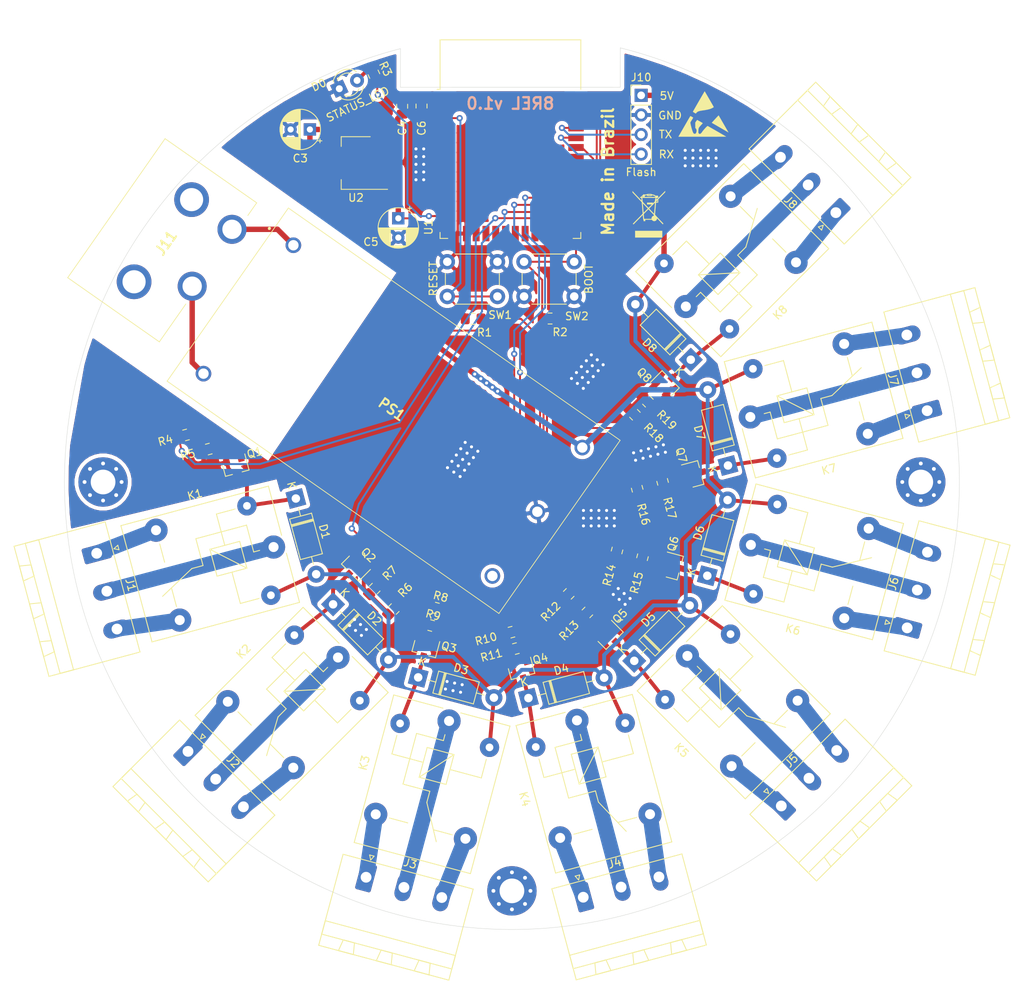
<source format=kicad_pcb>
(kicad_pcb (version 20171130) (host pcbnew "(5.1.6)-1")
  (layers (0 F.Cu signal) (31 B.Cu signal) (34 B.Paste user) (35 F.Paste user) (36 B.SilkS user) (37 F.SilkS user) (38 B.Mask user) (39 F.Mask user) (44 Edge.Cuts user))
  (net 0 "")
  (net 1 "Net-(U1-Pad32)")
  (net 2 "Net-(U1-Pad29)")
  (net 3 "Net-(U1-Pad24)")
  (net 4 "Net-(U1-Pad23)")
  (net 5 "Net-(U1-Pad22)")
  (net 6 "Net-(U1-Pad21)")
  (net 7 "Net-(U1-Pad20)")
  (net 8 "Net-(U1-Pad19)")
  (net 9 "Net-(U1-Pad18)")
  (net 10 "Net-(U1-Pad17)")
  (net 11 "Net-(U1-Pad16)")
  (net 12 "Net-(U1-Pad14)")
  (net 13 "Net-(U1-Pad12)")
  (net 14 "Net-(U1-Pad11)")
  (net 15 "Net-(U1-Pad9)")
  (net 16 "Net-(U1-Pad8)")
  (net 17 "Net-(U1-Pad7)")
  (net 18 "Net-(U1-Pad6)")
  (net 19 "Net-(U1-Pad5)")
  (net 20 "Net-(U1-Pad4)")
  (net 21 "Net-(R3-Pad2)")
  (net 22 GND)
  (net 23 "Net-(J1-Pad3)")
  (net 24 "Net-(J1-Pad2)")
  (net 25 "Net-(J1-Pad1)")
  (net 26 "Net-(J2-Pad3)")
  (net 27 "Net-(J2-Pad2)")
  (net 28 "Net-(J2-Pad1)")
  (net 29 +3V3)
  (net 30 OUT7)
  (net 31 OUT6)
  (net 32 OUT5)
  (net 33 OUT4)
  (net 34 OUT3)
  (net 35 OUT2)
  (net 36 OUT1)
  (net 37 OUT8)
  (net 38 "Net-(J3-Pad3)")
  (net 39 "Net-(J3-Pad2)")
  (net 40 "Net-(J3-Pad1)")
  (net 41 "Net-(D2-Pad1)")
  (net 42 "Net-(J5-Pad3)")
  (net 43 "Net-(J5-Pad2)")
  (net 44 "Net-(J5-Pad1)")
  (net 45 "Net-(J8-Pad3)")
  (net 46 "Net-(J8-Pad2)")
  (net 47 "Net-(J8-Pad1)")
  (net 48 "Net-(D3-Pad1)")
  (net 49 "Net-(D4-Pad1)")
  (net 50 "Net-(D5-Pad1)")
  (net 51 "Net-(D6-Pad1)")
  (net 52 "Net-(D7-Pad1)")
  (net 53 "Net-(D8-Pad1)")
  (net 54 "Net-(J4-Pad3)")
  (net 55 "Net-(J4-Pad2)")
  (net 56 "Net-(J4-Pad1)")
  (net 57 "Net-(J6-Pad3)")
  (net 58 "Net-(J6-Pad2)")
  (net 59 "Net-(J6-Pad1)")
  (net 60 "Net-(J7-Pad3)")
  (net 61 "Net-(J7-Pad2)")
  (net 62 "Net-(J7-Pad1)")
  (net 63 "Net-(Q1-Pad1)")
  (net 64 "Net-(Q2-Pad1)")
  (net 65 "Net-(D0-Pad2)")
  (net 66 +5V)
  (net 67 "Net-(D1-Pad1)")
  (net 68 "Net-(Q3-Pad1)")
  (net 69 "Net-(Q4-Pad1)")
  (net 70 "Net-(Q5-Pad1)")
  (net 71 "Net-(Q6-Pad1)")
  (net 72 "Net-(Q7-Pad1)")
  (net 73 "Net-(Q8-Pad1)")
  (net 74 "Net-(U1-Pad10)")
  (net 75 "Net-(PS1-Pad3)")
  (net 76 "Net-(J10-Pad3)")
  (net 77 /EN)
  (net 78 /BOOT)
  (net 79 "Net-(J10-Pad4)")
  (net 80 "Net-(J11-Pad4)")
  (net 81 "Net-(J11-Pad3)")
  (net 82 "Net-(J11-Pad2)")
  (net 83 "Net-(J11-Pad1)")
  (module Symbol:WEEE-Logo_4.2x6mm_SilkScreen (layer F.Cu) (at 117.74 65.29)
    (fp_text reference REF** hide)
    (fp_text value WEEE-Logo_4.2x6mm_SilkScreen hide)
  )
  (module Symbol:ESD-Logo_6.6x6mm_SilkScreen (layer F.Cu) (at 124.83 52.28)
    (fp_text reference REF** hide)
    (fp_text value ESD-Logo_6.6x6mm_SilkScreen hide)
  )
  (module MountingHole:MountingHole_3.2mm_M3_Pad_Via (layer F.Cu) (at 100 153)
    (fp_text reference REF** hide)
    (fp_text value MountingHole_3.2mm_M3_Pad_Via)
    (pad 1 thru_hole circle (at 1.697056 -1.697056) (size 0.8 0.8) (drill 0.5) (layers *.Cu *.Mask))
    (pad 1 thru_hole circle (at 0 -2.4) (size 0.8 0.8) (drill 0.5) (layers *.Cu *.Mask))
    (pad 1 thru_hole circle (at -1.697056 -1.697056) (size 0.8 0.8) (drill 0.5) (layers *.Cu *.Mask))
    (pad 1 thru_hole circle (at -2.4 0) (size 0.8 0.8) (drill 0.5) (layers *.Cu *.Mask))
    (pad 1 thru_hole circle (at -1.697056 1.697056) (size 0.8 0.8) (drill 0.5) (layers *.Cu *.Mask))
    (pad 1 thru_hole circle (at 0 2.4) (size 0.8 0.8) (drill 0.5) (layers *.Cu *.Mask))
    (pad 1 thru_hole circle (at 1.697056 1.697056) (size 0.8 0.8) (drill 0.5) (layers *.Cu *.Mask))
    (pad 1 thru_hole circle (at 2.4 0) (size 0.8 0.8) (drill 0.5) (layers *.Cu *.Mask))
    (pad 1 thru_hole circle (at 0 0) (size 6.4 6.4) (drill 3.2) (layers *.Cu *.Mask))
  )
  (module MountingHole:MountingHole_3.2mm_M3_Pad_Via (layer F.Cu) (at 153 100)
    (fp_text reference REF** hide)
    (fp_text value MountingHole_3.2mm_M3_Pad_Via)
    (pad 1 thru_hole circle (at 1.697056 -1.697056) (size 0.8 0.8) (drill 0.5) (layers *.Cu *.Mask))
    (pad 1 thru_hole circle (at 0 -2.4) (size 0.8 0.8) (drill 0.5) (layers *.Cu *.Mask))
    (pad 1 thru_hole circle (at -1.697056 -1.697056) (size 0.8 0.8) (drill 0.5) (layers *.Cu *.Mask))
    (pad 1 thru_hole circle (at -2.4 0) (size 0.8 0.8) (drill 0.5) (layers *.Cu *.Mask))
    (pad 1 thru_hole circle (at -1.697056 1.697056) (size 0.8 0.8) (drill 0.5) (layers *.Cu *.Mask))
    (pad 1 thru_hole circle (at 0 2.4) (size 0.8 0.8) (drill 0.5) (layers *.Cu *.Mask))
    (pad 1 thru_hole circle (at 1.697056 1.697056) (size 0.8 0.8) (drill 0.5) (layers *.Cu *.Mask))
    (pad 1 thru_hole circle (at 2.4 0) (size 0.8 0.8) (drill 0.5) (layers *.Cu *.Mask))
    (pad 1 thru_hole circle (at 0 0) (size 6.4 6.4) (drill 3.2) (layers *.Cu *.Mask))
  )
  (module MountingHole:MountingHole_3.2mm_M3_Pad_Via (layer F.Cu) (at 47 100)
    (fp_text reference REF** hide)
    (fp_text value MountingHole_3.2mm_M3_Pad_Via)
    (pad 1 thru_hole circle (at 1.697056 -1.697056) (size 0.8 0.8) (drill 0.5) (layers *.Cu *.Mask))
    (pad 1 thru_hole circle (at 0 -2.4) (size 0.8 0.8) (drill 0.5) (layers *.Cu *.Mask))
    (pad 1 thru_hole circle (at -1.697056 -1.697056) (size 0.8 0.8) (drill 0.5) (layers *.Cu *.Mask))
    (pad 1 thru_hole circle (at -2.4 0) (size 0.8 0.8) (drill 0.5) (layers *.Cu *.Mask))
    (pad 1 thru_hole circle (at -1.697056 1.697056) (size 0.8 0.8) (drill 0.5) (layers *.Cu *.Mask))
    (pad 1 thru_hole circle (at 0 2.4) (size 0.8 0.8) (drill 0.5) (layers *.Cu *.Mask))
    (pad 1 thru_hole circle (at 1.697056 1.697056) (size 0.8 0.8) (drill 0.5) (layers *.Cu *.Mask))
    (pad 1 thru_hole circle (at 2.4 0) (size 0.8 0.8) (drill 0.5) (layers *.Cu *.Mask))
    (pad 1 thru_hole circle (at 0 0) (size 6.4 6.4) (drill 3.2) (layers *.Cu *.Mask))
  )
  (module CONV_RAC10-05SK:RAC1005SK277 (layer F.Cu) (at 71.670943 69.308636 325)
    (fp_text reference PS1 (at 22.65 10.12 145) (layer F.SilkS) (effects (font (size 1.27 1.27) (thickness 0.254))))
    (fp_text value RAC10-05SK_277 hide)
    (pad 5 thru_hole circle (at 45.72 0 325) (size 2.025 2.025) (drill 1.35) (layers *.Cu *.Mask) (net 66 +5V))
    (pad 4 thru_hole circle (at 45.72 10.16 325) (size 2.025 2.025) (drill 1.35) (layers *.Cu *.Mask) (net 22 GND))
    (pad 3 thru_hole circle (at 45.72 20.32 325) (size 2.025 2.025) (drill 1.35) (layers *.Cu *.Mask) (net 75 "Net-(PS1-Pad3)"))
    (pad 2 thru_hole circle (at 0 20.32 325) (size 2.025 2.025) (drill 1.35) (layers *.Cu *.Mask) (net 83 "Net-(J11-Pad1)"))
    (pad 1 thru_hole circle (at 0 0 325) (size 2.025 2.025) (drill 1.35) (layers *.Cu *.Mask) (net 82 "Net-(J11-Pad2)"))
  )
  (module SamacSys_Parts:770WX210 (layer F.Cu) (at 58.550943 74.618636 55)
    (fp_text reference J11 (at 2.65 -5.985 55) (layer F.SilkS) (effects (font (size 1.27 1.27) (thickness 0.254))))
    (fp_text value 770W-X2_10 hide)
    (pad 4 thru_hole circle (at 9.15 -6.5 55) (size 4.5 4.5) (drill 3) (layers *.Cu *.Mask) (net 80 "Net-(J11-Pad4)"))
    (pad 3 thru_hole circle (at -3.85 -6.5 55) (size 4.5 4.5) (drill 3) (layers *.Cu *.Mask) (net 81 "Net-(J11-Pad3)"))
    (pad 2 thru_hole circle (at 9 0 55) (size 3.759 3.759) (drill 2.506) (layers *.Cu *.Mask) (net 82 "Net-(J11-Pad2)"))
    (pad 1 thru_hole circle (at 0 0 55) (size 3.759 3.759) (drill 2.506) (layers *.Cu *.Mask) (net 83 "Net-(J11-Pad1)"))
  )
  (module Connector_PinHeader_2.54mm:PinHeader_1x04_P2.54mm_Vertical (layer F.Cu) (at 116.750943 49.878636)
    (fp_text reference J10 (at 0 -2.33) (layer F.SilkS))
    (fp_text value Flash (at 0 9.95) (layer F.SilkS))
    (pad 4 thru_hole oval (at 0 7.62) (size 1.7 1.7) (drill 1) (layers *.Cu *.Mask) (net 79 "Net-(J10-Pad4)"))
    (pad 3 thru_hole oval (at 0 5.08) (size 1.7 1.7) (drill 1) (layers *.Cu *.Mask) (net 76 "Net-(J10-Pad3)"))
    (pad 2 thru_hole oval (at 0 2.54) (size 1.7 1.7) (drill 1) (layers *.Cu *.Mask) (net 22 GND))
    (pad 1 thru_hole rect (at 0 0) (size 1.7 1.7) (drill 1) (layers *.Cu *.Mask) (net 66 +5V))
  )
  (module Capacitor_SMD:C_0805_2012Metric_Pad1.15x1.40mm_HandSolder (layer F.Cu) (at 88.280943 51.263636 90)
    (fp_text reference C6 (at -2.865 0.01 90) (layer F.SilkS))
    (fp_text value 10uF)
    (pad 2 smd roundrect (at 1.025 0 90) (size 1.15 1.4) (layers F.Cu F.Paste F.Mask) (roundrect_rratio 0.217391) (net 22 GND))
    (pad 1 smd roundrect (at -1.025 0 90) (size 1.15 1.4) (layers F.Cu F.Paste F.Mask) (roundrect_rratio 0.217391) (net 29 +3V3))
  )
  (module Capacitor_THT:CP_Radial_D5.0mm_P2.50mm (layer F.Cu) (at 85.270943 65.818636 270)
    (fp_text reference C5 (at 3.06 3.55 180) (layer F.SilkS))
    (fp_text value CP)
    (pad 2 thru_hole circle (at 2.5 0 270) (size 1.6 1.6) (drill 0.8) (layers *.Cu *.Mask) (net 22 GND))
    (pad 1 thru_hole rect (at 0 0 270) (size 1.6 1.6) (drill 0.8) (layers *.Cu *.Mask) (net 29 +3V3))
  )
  (module Capacitor_SMD:C_0805_2012Metric_Pad1.15x1.40mm_HandSolder (layer F.Cu) (at 85.770943 51.293636 90)
    (fp_text reference C4 (at -2.825 0.02 90) (layer F.SilkS))
    (fp_text value 0,1uF)
    (pad 2 smd roundrect (at 1.025 0 90) (size 1.15 1.4) (layers F.Cu F.Paste F.Mask) (roundrect_rratio 0.217391) (net 22 GND))
    (pad 1 smd roundrect (at -1.025 0 90) (size 1.15 1.4) (layers F.Cu F.Paste F.Mask) (roundrect_rratio 0.217391) (net 29 +3V3))
  )
  (module Capacitor_THT:CP_Radial_D5.0mm_P2.50mm (layer F.Cu) (at 73.810943 54.298636 180)
    (fp_text reference C3 (at 1.25 -3.75) (layer F.SilkS))
    (fp_text value 100uF)
    (pad 2 thru_hole circle (at 2.5 0 180) (size 1.6 1.6) (drill 0.8) (layers *.Cu *.Mask) (net 22 GND))
    (pad 1 thru_hole rect (at 0 0 180) (size 1.6 1.6) (drill 0.8) (layers *.Cu *.Mask) (net 66 +5V))
  )
  (module Button_Switch_THT:SW_PUSH_6mm (layer F.Cu) (at 101.570943 71.448636)
    (fp_text reference SW2 (at 6.84 7.06) (layer F.SilkS))
    (fp_text value BOOT (at 8.39 2.24 270) (layer F.SilkS))
    (pad 1 thru_hole circle (at 6.5 0 90) (size 2 2) (drill 1.1) (layers *.Cu *.Mask) (net 78 /BOOT))
    (pad 2 thru_hole circle (at 6.5 4.5 90) (size 2 2) (drill 1.1) (layers *.Cu *.Mask) (net 22 GND))
    (pad 1 thru_hole circle (at 0 0 90) (size 2 2) (drill 1.1) (layers *.Cu *.Mask) (net 78 /BOOT))
    (pad 2 thru_hole circle (at 0 4.5 90) (size 2 2) (drill 1.1) (layers *.Cu *.Mask) (net 22 GND))
  )
  (module Button_Switch_THT:SW_PUSH_6mm (layer F.Cu) (at 91.620943 71.448636)
    (fp_text reference SW1 (at 6.85 6.9) (layer F.SilkS))
    (fp_text value RESET (at -1.81 2.2 270) (layer F.SilkS))
    (pad 1 thru_hole circle (at 6.5 0 90) (size 2 2) (drill 1.1) (layers *.Cu *.Mask) (net 22 GND))
    (pad 2 thru_hole circle (at 6.5 4.5 90) (size 2 2) (drill 1.1) (layers *.Cu *.Mask) (net 77 /EN))
    (pad 1 thru_hole circle (at 0 0 90) (size 2 2) (drill 1.1) (layers *.Cu *.Mask) (net 22 GND))
    (pad 2 thru_hole circle (at 0 4.5 90) (size 2 2) (drill 1.1) (layers *.Cu *.Mask) (net 77 /EN))
  )
  (module Resistor_SMD:R_0805_2012Metric_Pad1.15x1.40mm_HandSolder (layer F.Cu) (at 117.626159 89.593852 135)
    (fp_text reference R19 (at -3.394844 0.040241 135) (layer F.SilkS))
    (fp_text value 2K2)
    (pad 1 smd roundrect (at -1.025 0 135) (size 1.15 1.4) (layers F.Cu F.Paste F.Mask) (roundrect_rratio 0.217391) (net 22 GND))
    (pad 2 smd roundrect (at 1.025 0 135) (size 1.15 1.4) (layers F.Cu F.Paste F.Mask) (roundrect_rratio 0.217391) (net 73 "Net-(Q8-Pad1)"))
  )
  (module Resistor_SMD:R_0805_2012Metric_Pad1.15x1.40mm_HandSolder (layer F.Cu) (at 119.53248 99.981247 105)
    (fp_text reference R17 (at -3.517085 0.010652 105) (layer F.SilkS))
    (fp_text value 2K2)
    (pad 1 smd roundrect (at -1.025 0 105) (size 1.15 1.4) (layers F.Cu F.Paste F.Mask) (roundrect_rratio 0.217391) (net 22 GND))
    (pad 2 smd roundrect (at 1.025 0 105) (size 1.15 1.4) (layers F.Cu F.Paste F.Mask) (roundrect_rratio 0.217391) (net 72 "Net-(Q7-Pad1)"))
  )
  (module Resistor_SMD:R_0805_2012Metric_Pad1.15x1.40mm_HandSolder (layer F.Cu) (at 116.925 109.75 75)
    (fp_text reference R15 (at -3.394984 0.131714 75) (layer F.SilkS))
    (fp_text value 2K2)
    (pad 1 smd roundrect (at -1.025 0 75) (size 1.15 1.4) (layers F.Cu F.Paste F.Mask) (roundrect_rratio 0.217391) (net 22 GND))
    (pad 2 smd roundrect (at 1.025 0 75) (size 1.15 1.4) (layers F.Cu F.Paste F.Mask) (roundrect_rratio 0.217391) (net 71 "Net-(Q6-Pad1)"))
  )
  (module Resistor_SMD:R_0805_2012Metric_Pad1.15x1.40mm_HandSolder (layer F.Cu) (at 109.78248 116.906248 45)
    (fp_text reference R13 (at -3.357755 -0.001585 45) (layer F.SilkS))
    (fp_text value 2K2)
    (pad 1 smd roundrect (at -1.025 0 45) (size 1.15 1.4) (layers F.Cu F.Paste F.Mask) (roundrect_rratio 0.217391) (net 22 GND))
    (pad 2 smd roundrect (at 1.025 0 45) (size 1.15 1.4) (layers F.Cu F.Paste F.Mask) (roundrect_rratio 0.217391) (net 70 "Net-(Q5-Pad1)"))
  )
  (module Resistor_SMD:R_0805_2012Metric_Pad1.15x1.40mm_HandSolder (layer F.Cu) (at 100.510869 121.593926 195)
    (fp_text reference R11 (at 3.28034 -0.024862 15) (layer F.SilkS))
    (fp_text value 2K2)
    (pad 1 smd roundrect (at -1.025 0 195) (size 1.15 1.4) (layers F.Cu F.Paste F.Mask) (roundrect_rratio 0.217391) (net 69 "Net-(Q4-Pad1)"))
    (pad 2 smd roundrect (at 1.025 0 195) (size 1.15 1.4) (layers F.Cu F.Paste F.Mask) (roundrect_rratio 0.217391) (net 22 GND))
  )
  (module Resistor_SMD:R_0805_2012Metric_Pad1.15x1.40mm_HandSolder (layer F.Cu) (at 89.530869 118.603346 165)
    (fp_text reference R9 (at 0.108661 1.375096 165) (layer F.SilkS))
    (fp_text value 2K2)
    (pad 1 smd roundrect (at -1.025 0 165) (size 1.15 1.4) (layers F.Cu F.Paste F.Mask) (roundrect_rratio 0.217391) (net 68 "Net-(Q3-Pad1)"))
    (pad 2 smd roundrect (at 1.025 0 165) (size 1.15 1.4) (layers F.Cu F.Paste F.Mask) (roundrect_rratio 0.217391) (net 22 GND))
  )
  (module Resistor_SMD:R_0805_2012Metric_Pad1.15x1.40mm_HandSolder (layer F.Cu) (at 82.216159 113.81342 45)
    (fp_text reference R7 (at 2.794143 -0.020025 45) (layer F.SilkS))
    (fp_text value 2K2)
    (pad 1 smd roundrect (at -1.025 0 45) (size 1.15 1.4) (layers F.Cu F.Paste F.Mask) (roundrect_rratio 0.217391) (net 64 "Net-(Q2-Pad1)"))
    (pad 2 smd roundrect (at 1.025 0 45) (size 1.15 1.4) (layers F.Cu F.Paste F.Mask) (roundrect_rratio 0.217391) (net 22 GND))
  )
  (module Resistor_SMD:R_0805_2012Metric_Pad1.15x1.40mm_HandSolder (layer F.Cu) (at 115.946159 91.283852 315)
    (fp_text reference R18 (at 3.377009 -0.040241 135) (layer F.SilkS))
    (fp_text value 2K2)
    (pad 1 smd roundrect (at -1.025 0 315) (size 1.15 1.4) (layers F.Cu F.Paste F.Mask) (roundrect_rratio 0.217391) (net 73 "Net-(Q8-Pad1)"))
    (pad 2 smd roundrect (at 1.025 0 315) (size 1.15 1.4) (layers F.Cu F.Paste F.Mask) (roundrect_rratio 0.217391) (net 37 OUT8))
  )
  (module Resistor_SMD:R_0805_2012Metric_Pad1.15x1.40mm_HandSolder (layer F.Cu) (at 116.237096 100.873475 285)
    (fp_text reference R16 (at 3.409285 0.069997 105) (layer F.SilkS))
    (fp_text value 2K2)
    (pad 1 smd roundrect (at -1.025 0 285) (size 1.15 1.4) (layers F.Cu F.Paste F.Mask) (roundrect_rratio 0.217391) (net 72 "Net-(Q7-Pad1)"))
    (pad 2 smd roundrect (at 1.025 0 285) (size 1.15 1.4) (layers F.Cu F.Paste F.Mask) (roundrect_rratio 0.217391) (net 30 OUT7))
  )
  (module Resistor_SMD:R_0805_2012Metric_Pad1.15x1.40mm_HandSolder (layer F.Cu) (at 113.625 108.874999 255)
    (fp_text reference R14 (at 3.350711 0.131219 75) (layer F.SilkS))
    (fp_text value 2K2)
    (pad 1 smd roundrect (at -1.025 0 255) (size 1.15 1.4) (layers F.Cu F.Paste F.Mask) (roundrect_rratio 0.217391) (net 71 "Net-(Q6-Pad1)"))
    (pad 2 smd roundrect (at 1.025 0 255) (size 1.15 1.4) (layers F.Cu F.Paste F.Mask) (roundrect_rratio 0.217391) (net 31 OUT6))
  )
  (module Resistor_SMD:R_0805_2012Metric_Pad1.15x1.40mm_HandSolder (layer F.Cu) (at 107.362096 114.498475 225)
    (fp_text reference R12 (at 3.285153 0.012792 45) (layer F.SilkS))
    (fp_text value 2K2)
    (pad 1 smd roundrect (at -1.025 0 225) (size 1.15 1.4) (layers F.Cu F.Paste F.Mask) (roundrect_rratio 0.217391) (net 70 "Net-(Q5-Pad1)"))
    (pad 2 smd roundrect (at 1.025 0 225) (size 1.15 1.4) (layers F.Cu F.Paste F.Mask) (roundrect_rratio 0.217391) (net 32 OUT5))
  )
  (module Resistor_SMD:R_0805_2012Metric_Pad1.15x1.40mm_HandSolder (layer F.Cu) (at 99.940869 119.463926 15)
    (fp_text reference R10 (at -3.414022 0.008918 15) (layer F.SilkS))
    (fp_text value 2K2)
    (pad 1 smd roundrect (at -1.025 0 15) (size 1.15 1.4) (layers F.Cu F.Paste F.Mask) (roundrect_rratio 0.217391) (net 33 OUT4))
    (pad 2 smd roundrect (at 1.025 0 15) (size 1.15 1.4) (layers F.Cu F.Paste F.Mask) (roundrect_rratio 0.217391) (net 69 "Net-(Q4-Pad1)"))
  )
  (module Resistor_SMD:R_0805_2012Metric_Pad1.15x1.40mm_HandSolder (layer F.Cu) (at 90.150869 116.343346 345)
    (fp_text reference R8 (at 0.212844 -1.585475 165) (layer F.SilkS))
    (fp_text value 2K2)
    (pad 1 smd roundrect (at -1.025 0 345) (size 1.15 1.4) (layers F.Cu F.Paste F.Mask) (roundrect_rratio 0.217391) (net 34 OUT3))
    (pad 2 smd roundrect (at 1.025 0 345) (size 1.15 1.4) (layers F.Cu F.Paste F.Mask) (roundrect_rratio 0.217391) (net 68 "Net-(Q3-Pad1)"))
  )
  (module Resistor_SMD:R_0805_2012Metric_Pad1.15x1.40mm_HandSolder (layer F.Cu) (at 84.686159 116.46342 225)
    (fp_text reference R6 (at -2.792766 0.678823 45) (layer F.SilkS))
    (fp_text value 2K2)
    (pad 1 smd roundrect (at -1.025 0 225) (size 1.15 1.4) (layers F.Cu F.Paste F.Mask) (roundrect_rratio 0.217391) (net 35 OUT2))
    (pad 2 smd roundrect (at 1.025 0 225) (size 1.15 1.4) (layers F.Cu F.Paste F.Mask) (roundrect_rratio 0.217391) (net 64 "Net-(Q2-Pad1)"))
  )
  (module Diode_THT:D_DO-41_SOD81_P10.16mm_Horizontal (layer F.Cu) (at 115.857093 123.184708 45)
    (fp_text reference D5 (at 5.08 -2.47 45) (layer F.SilkS))
    (fp_text value DIODE)
    (fp_text user K (at 0 -2.1 45) (layer F.SilkS))
    (pad 2 thru_hole oval (at 10.16 0 45) (size 2.2 2.2) (drill 1.1) (layers *.Cu *.Mask) (net 66 +5V))
    (pad 1 thru_hole rect (at 0 0 45) (size 2.2 2.2) (drill 1.1) (layers *.Cu *.Mask) (net 50 "Net-(D5-Pad1)"))
  )
  (module Resistor_SMD:R_0805_2012Metric_Pad1.15x1.40mm_HandSolder (layer F.Cu) (at 60.700943 95.728636 15)
    (fp_text reference R5 (at -2.819792 0.004986 15) (layer F.SilkS))
    (fp_text value 2K2)
    (pad 2 smd roundrect (at 1.025 0 15) (size 1.15 1.4) (layers F.Cu F.Paste F.Mask) (roundrect_rratio 0.217391) (net 63 "Net-(Q1-Pad1)"))
    (pad 1 smd roundrect (at -1.025 0 15) (size 1.15 1.4) (layers F.Cu F.Paste F.Mask) (roundrect_rratio 0.217391) (net 22 GND))
  )
  (module Package_TO_SOT_SMD:SOT-23 (layer F.Cu) (at 120.039028 87.223746 45)
    (fp_text reference Q8 (at -1.284418 -2.808068 135) (layer F.SilkS))
    (fp_text value BC817)
    (pad 1 smd rect (at -1 -0.95 45) (size 0.9 0.8) (layers F.Cu F.Paste F.Mask) (net 73 "Net-(Q8-Pad1)"))
    (pad 2 smd rect (at -1 0.95 45) (size 0.9 0.8) (layers F.Cu F.Paste F.Mask) (net 22 GND))
    (pad 3 smd rect (at 1 0 45) (size 0.9 0.8) (layers F.Cu F.Paste F.Mask) (net 53 "Net-(D8-Pad1)"))
  )
  (module Package_TO_SOT_SMD:SOT-23 (layer F.Cu) (at 123.742434 98.954954 15)
    (fp_text reference Q7 (at -1.103336 -2.826942 285) (layer F.SilkS))
    (fp_text value BC817)
    (pad 1 smd rect (at -1 -0.95 15) (size 0.9 0.8) (layers F.Cu F.Paste F.Mask) (net 72 "Net-(Q7-Pad1)"))
    (pad 2 smd rect (at -1 0.95 15) (size 0.9 0.8) (layers F.Cu F.Paste F.Mask) (net 22 GND))
    (pad 3 smd rect (at 1 0 15) (size 0.9 0.8) (layers F.Cu F.Paste F.Mask) (net 52 "Net-(D7-Pad1)"))
  )
  (module Package_TO_SOT_SMD:SOT-23 (layer F.Cu) (at 121.084074 110.966181 345)
    (fp_text reference Q6 (at -0.947722 -2.819783 255) (layer F.SilkS))
    (fp_text value BC817)
    (pad 1 smd rect (at -1 -0.95 345) (size 0.9 0.8) (layers F.Cu F.Paste F.Mask) (net 71 "Net-(Q6-Pad1)"))
    (pad 2 smd rect (at -1 0.95 345) (size 0.9 0.8) (layers F.Cu F.Paste F.Mask) (net 22 GND))
    (pad 3 smd rect (at 1 0 345) (size 0.9 0.8) (layers F.Cu F.Paste F.Mask) (net 51 "Net-(D6-Pad1)"))
  )
  (module Package_TO_SOT_SMD:SOT-23 (layer F.Cu) (at 112.776253 120.039028 315)
    (fp_text reference Q5 (at -0.98817 -2.754571 45) (layer F.SilkS))
    (fp_text value BC817)
    (pad 1 smd rect (at -1 -0.95 315) (size 0.9 0.8) (layers F.Cu F.Paste F.Mask) (net 70 "Net-(Q5-Pad1)"))
    (pad 2 smd rect (at -1 0.95 315) (size 0.9 0.8) (layers F.Cu F.Paste F.Mask) (net 22 GND))
    (pad 3 smd rect (at 1 0 315) (size 0.9 0.8) (layers F.Cu F.Paste F.Mask) (net 50 "Net-(D5-Pad1)"))
  )
  (module Package_TO_SOT_SMD:SOT-23 (layer F.Cu) (at 101.242133 124.47044 285)
    (fp_text reference Q4 (at -0.85365 -2.764436 15) (layer F.SilkS))
    (fp_text value BC817)
    (pad 1 smd rect (at -1 -0.95 285) (size 0.9 0.8) (layers F.Cu F.Paste F.Mask) (net 69 "Net-(Q4-Pad1)"))
    (pad 2 smd rect (at -1 0.95 285) (size 0.9 0.8) (layers F.Cu F.Paste F.Mask) (net 22 GND))
    (pad 3 smd rect (at 1 0 285) (size 0.9 0.8) (layers F.Cu F.Paste F.Mask) (net 49 "Net-(D4-Pad1)"))
  )
  (module Package_TO_SOT_SMD:SOT-23 (layer F.Cu) (at 88.760943 121.628636 255)
    (fp_text reference Q3 (at -1.000755 -2.908171 165) (layer F.SilkS))
    (fp_text value BC817)
    (pad 1 smd rect (at -1 -0.95 255) (size 0.9 0.8) (layers F.Cu F.Paste F.Mask) (net 68 "Net-(Q3-Pad1)"))
    (pad 2 smd rect (at -1 0.95 255) (size 0.9 0.8) (layers F.Cu F.Paste F.Mask) (net 22 GND))
    (pad 3 smd rect (at 1 0 255) (size 0.9 0.8) (layers F.Cu F.Paste F.Mask) (net 48 "Net-(D3-Pad1)"))
  )
  (module Package_TO_SOT_SMD:SOT-23 (layer F.Cu) (at 79.550943 111.208636 225)
    (fp_text reference Q2 (at -2.524371 -0.077782 135) (layer F.SilkS))
    (fp_text value BC817)
    (pad 1 smd rect (at -1 -0.95 225) (size 0.9 0.8) (layers F.Cu F.Paste F.Mask) (net 64 "Net-(Q2-Pad1)"))
    (pad 2 smd rect (at -1 0.95 225) (size 0.9 0.8) (layers F.Cu F.Paste F.Mask) (net 22 GND))
    (pad 3 smd rect (at 1 0 225) (size 0.9 0.8) (layers F.Cu F.Paste F.Mask) (net 41 "Net-(D2-Pad1)"))
  )
  (module Diode_THT:D_DO-41_SOD81_P10.16mm_Horizontal (layer F.Cu) (at 123.184708 84.142907 135)
    (fp_text reference D8 (at 5.08 -2.47 135) (layer F.SilkS))
    (fp_text value DIODE)
    (fp_text user K (at 0 -2.1 135) (layer F.SilkS))
    (pad 1 thru_hole rect (at 0 0 135) (size 2.2 2.2) (drill 1.1) (layers *.Cu *.Mask) (net 53 "Net-(D8-Pad1)"))
    (pad 2 thru_hole oval (at 10.16 0 135) (size 2.2 2.2) (drill 1.1) (layers *.Cu *.Mask) (net 66 +5V))
  )
  (module Diode_THT:D_DO-41_SOD81_P10.16mm_Horizontal (layer F.Cu) (at 128.007093 97.859708 105)
    (fp_text reference D7 (at 5.08 -2.47 105) (layer F.SilkS))
    (fp_text value DIODE)
    (fp_text user K (at 0 -2.1 105) (layer F.SilkS))
    (pad 1 thru_hole rect (at 0 0 105) (size 2.2 2.2) (drill 1.1) (layers *.Cu *.Mask) (net 52 "Net-(D7-Pad1)"))
    (pad 2 thru_hole oval (at 10.16 0 105) (size 2.2 2.2) (drill 1.1) (layers *.Cu *.Mask) (net 66 +5V))
  )
  (module Diode_THT:D_DO-41_SOD81_P10.16mm_Horizontal (layer F.Cu) (at 125.325 112.15 75)
    (fp_text reference D6 (at 5.08 -2.47 75) (layer F.SilkS))
    (fp_text value DIODE)
    (fp_text user K (at 0 -2.1 75) (layer F.SilkS))
    (pad 1 thru_hole rect (at 0 0 75) (size 2.2 2.2) (drill 1.1) (layers *.Cu *.Mask) (net 51 "Net-(D6-Pad1)"))
    (pad 2 thru_hole oval (at 10.16 0 75) (size 2.2 2.2) (drill 1.1) (layers *.Cu *.Mask) (net 66 +5V))
  )
  (module Diode_THT:D_DO-41_SOD81_P10.16mm_Horizontal (layer F.Cu) (at 102.140291 128.007093 15)
    (fp_text reference D4 (at 5.08 -2.47 15) (layer F.SilkS))
    (fp_text value DIODE)
    (fp_text user K (at 0 -2.1 15) (layer F.SilkS))
    (pad 1 thru_hole rect (at 0 0 15) (size 2.2 2.2) (drill 1.1) (layers *.Cu *.Mask) (net 49 "Net-(D4-Pad1)"))
    (pad 2 thru_hole oval (at 10.16 0 15) (size 2.2 2.2) (drill 1.1) (layers *.Cu *.Mask) (net 66 +5V))
  )
  (module Diode_THT:D_DO-41_SOD81_P10.16mm_Horizontal (layer F.Cu) (at 87.849999 125.325 345)
    (fp_text reference D3 (at 5.08 -2.47 165) (layer F.SilkS))
    (fp_text value DIODE)
    (fp_text user K (at 0 -2.1 165) (layer F.SilkS))
    (pad 1 thru_hole rect (at 0 0 345) (size 2.2 2.2) (drill 1.1) (layers *.Cu *.Mask) (net 48 "Net-(D3-Pad1)"))
    (pad 2 thru_hole oval (at 10.16 0 345) (size 2.2 2.2) (drill 1.1) (layers *.Cu *.Mask) (net 66 +5V))
  )
  (module Diode_THT:D_DO-41_SOD81_P10.16mm_Horizontal (layer F.Cu) (at 76.815291 115.857093 315)
    (fp_text reference D2 (at 5.08 -2.47 135) (layer F.SilkS))
    (fp_text value DIODE)
    (fp_text user K (at 0 -2.1 135) (layer F.SilkS))
    (pad 1 thru_hole rect (at 0 0 315) (size 2.2 2.2) (drill 1.1) (layers *.Cu *.Mask) (net 41 "Net-(D2-Pad1)"))
    (pad 2 thru_hole oval (at 10.16 0 315) (size 2.2 2.2) (drill 1.1) (layers *.Cu *.Mask) (net 66 +5V))
  )
  (module Diode_THT:D_DO-41_SOD81_P10.16mm_Horizontal (layer F.Cu) (at 71.992907 102.140291 285)
    (fp_text reference D1 (at 5.08 -2.47 105) (layer F.SilkS))
    (fp_text value DIODE)
    (fp_text user K (at -1.787427 0.090711 105) (layer F.SilkS))
    (pad 2 thru_hole oval (at 10.16 0 285) (size 2.2 2.2) (drill 1.1) (layers *.Cu *.Mask) (net 66 +5V))
    (pad 1 thru_hole rect (at 0 0 285) (size 2.2 2.2) (drill 1.1) (layers *.Cu *.Mask) (net 67 "Net-(D1-Pad1)"))
  )
  (module Relay_THT:Relay_SPDT_SANYOU_SRD_Series_Form_C (layer F.Cu) (at 130.900137 91.570607 15)
    (fp_text reference K7 (at 8.1 9.2 15) (layer F.SilkS))
    (fp_text value SANYOU_SRD_Form_C)
    (pad 2 thru_hole circle (at 1.95 6.05 105) (size 2.5 2.5) (drill 1) (layers *.Cu *.Mask) (net 52 "Net-(D7-Pad1)"))
    (pad 3 thru_hole circle (at 14.15 6.05 105) (size 3 3) (drill 1.3) (layers *.Cu *.Mask) (net 62 "Net-(J7-Pad1)"))
    (pad 4 thru_hole circle (at 14.2 -6 105) (size 3 3) (drill 1.3) (layers *.Cu *.Mask) (net 60 "Net-(J7-Pad3)"))
    (pad 5 thru_hole circle (at 1.95 -5.95 105) (size 2.5 2.5) (drill 1) (layers *.Cu *.Mask) (net 66 +5V))
    (pad 1 thru_hole circle (at 0 0 105) (size 3 3) (drill 1.3) (layers *.Cu *.Mask) (net 61 "Net-(J7-Pad2)"))
  )
  (module Package_TO_SOT_SMD:SOT-223-3_TabPin2 (layer F.Cu) (at 79.780943 58.648636 180)
    (fp_text reference U2 (at 0 -4.5) (layer F.SilkS))
    (fp_text value AMS1117-3.3)
    (pad 1 smd rect (at -3.15 -2.3 180) (size 2 1.5) (layers F.Cu F.Paste F.Mask) (net 22 GND))
    (pad 3 smd rect (at -3.15 2.3 180) (size 2 1.5) (layers F.Cu F.Paste F.Mask) (net 66 +5V))
    (pad 2 smd rect (at -3.15 0 180) (size 2 1.5) (layers F.Cu F.Paste F.Mask) (net 29 +3V3))
    (pad 2 smd rect (at 3.15 0 180) (size 2 3.8) (layers F.Cu F.Paste F.Mask) (net 29 +3V3))
  )
  (module Resistor_SMD:R_0805_2012Metric_Pad1.15x1.40mm_HandSolder (layer F.Cu) (at 57.750943 93.898636 15)
    (fp_text reference R4 (at -2.765025 0.016193 15) (layer F.SilkS))
    (fp_text value 2K2)
    (pad 2 smd roundrect (at 1.025 0 15) (size 1.15 1.4) (layers F.Cu F.Paste F.Mask) (roundrect_rratio 0.217391) (net 63 "Net-(Q1-Pad1)"))
    (pad 1 smd roundrect (at -1.025 0 15) (size 1.15 1.4) (layers F.Cu F.Paste F.Mask) (roundrect_rratio 0.217391) (net 36 OUT1))
  )
  (module Relay_THT:Relay_SPDT_SANYOU_SRD_Series_Form_C (layer F.Cu) (at 122.545607 77.249863 45)
    (fp_text reference K8 (at 8.1 9.2 45) (layer F.SilkS))
    (fp_text value SANYOU_SRD_Form_C)
    (pad 2 thru_hole circle (at 1.95 6.05 135) (size 2.5 2.5) (drill 1) (layers *.Cu *.Mask) (net 53 "Net-(D8-Pad1)"))
    (pad 3 thru_hole circle (at 14.15 6.05 135) (size 3 3) (drill 1.3) (layers *.Cu *.Mask) (net 47 "Net-(J8-Pad1)"))
    (pad 4 thru_hole circle (at 14.2 -6 135) (size 3 3) (drill 1.3) (layers *.Cu *.Mask) (net 45 "Net-(J8-Pad3)"))
    (pad 5 thru_hole circle (at 1.95 -5.95 135) (size 2.5 2.5) (drill 1) (layers *.Cu *.Mask) (net 66 +5V))
    (pad 1 thru_hole circle (at 0 0 135) (size 3 3) (drill 1.3) (layers *.Cu *.Mask) (net 46 "Net-(J8-Pad2)"))
  )
  (module Package_TO_SOT_SMD:SOT-23 (layer F.Cu) (at 64.202133 98.12044 285)
    (fp_text reference Q1 (at -1.212869 -2.849357 195) (layer F.SilkS))
    (fp_text value BC817)
    (pad 3 smd rect (at 1 0 285) (size 0.9 0.8) (layers F.Cu F.Paste F.Mask) (net 67 "Net-(D1-Pad1)"))
    (pad 2 smd rect (at -1 0.95 285) (size 0.9 0.8) (layers F.Cu F.Paste F.Mask) (net 22 GND))
    (pad 1 smd rect (at -1 -0.95 285) (size 0.9 0.8) (layers F.Cu F.Paste F.Mask) (net 63 "Net-(Q1-Pad1)"))
  )
  (module RF_Module:ESP32-WROOM-32 (layer F.Cu) (at 99.806483 58.542251)
    (fp_text reference U1 (at -10.61 8.43 90) (layer F.SilkS))
    (fp_text value ESP32)
    (pad 38 smd rect (at 8.5 -8.255) (size 2 0.9) (layers F.Cu F.Paste F.Mask) (net 22 GND))
    (pad 37 smd rect (at 8.5 -6.985) (size 2 0.9) (layers F.Cu F.Paste F.Mask) (net 37 OUT8))
    (pad 36 smd rect (at 8.5 -5.715) (size 2 0.9) (layers F.Cu F.Paste F.Mask) (net 30 OUT7))
    (pad 35 smd rect (at 8.5 -4.445) (size 2 0.9) (layers F.Cu F.Paste F.Mask) (net 76 "Net-(J10-Pad3)"))
    (pad 34 smd rect (at 8.5 -3.175) (size 2 0.9) (layers F.Cu F.Paste F.Mask) (net 79 "Net-(J10-Pad4)"))
    (pad 33 smd rect (at 8.5 -1.905) (size 2 0.9) (layers F.Cu F.Paste F.Mask) (net 31 OUT6))
    (pad 32 smd rect (at 8.5 -0.635) (size 2 0.9) (layers F.Cu F.Paste F.Mask) (net 1 "Net-(U1-Pad32)"))
    (pad 31 smd rect (at 8.5 0.635) (size 2 0.9) (layers F.Cu F.Paste F.Mask) (net 33 OUT4))
    (pad 30 smd rect (at 8.5 1.905) (size 2 0.9) (layers F.Cu F.Paste F.Mask) (net 34 OUT3))
    (pad 29 smd rect (at 8.5 3.175) (size 2 0.9) (layers F.Cu F.Paste F.Mask) (net 2 "Net-(U1-Pad29)"))
    (pad 28 smd rect (at 8.5 4.445) (size 2 0.9) (layers F.Cu F.Paste F.Mask) (net 35 OUT2))
    (pad 27 smd rect (at 8.5 5.715) (size 2 0.9) (layers F.Cu F.Paste F.Mask) (net 36 OUT1))
    (pad 26 smd rect (at 8.5 6.985) (size 2 0.9) (layers F.Cu F.Paste F.Mask) (net 32 OUT5))
    (pad 25 smd rect (at 8.5 8.255) (size 2 0.9) (layers F.Cu F.Paste F.Mask) (net 78 /BOOT))
    (pad 24 smd rect (at 5.715 9.255 90) (size 2 0.9) (layers F.Cu F.Paste F.Mask) (net 3 "Net-(U1-Pad24)"))
    (pad 23 smd rect (at 4.445 9.255 90) (size 2 0.9) (layers F.Cu F.Paste F.Mask) (net 4 "Net-(U1-Pad23)"))
    (pad 22 smd rect (at 3.175 9.255 90) (size 2 0.9) (layers F.Cu F.Paste F.Mask) (net 5 "Net-(U1-Pad22)"))
    (pad 21 smd rect (at 1.905 9.255 90) (size 2 0.9) (layers F.Cu F.Paste F.Mask) (net 6 "Net-(U1-Pad21)"))
    (pad 20 smd rect (at 0.635 9.255 90) (size 2 0.9) (layers F.Cu F.Paste F.Mask) (net 7 "Net-(U1-Pad20)"))
    (pad 19 smd rect (at -0.635 9.255 90) (size 2 0.9) (layers F.Cu F.Paste F.Mask) (net 8 "Net-(U1-Pad19)"))
    (pad 18 smd rect (at -1.905 9.255 90) (size 2 0.9) (layers F.Cu F.Paste F.Mask) (net 9 "Net-(U1-Pad18)"))
    (pad 17 smd rect (at -3.175 9.255 90) (size 2 0.9) (layers F.Cu F.Paste F.Mask) (net 10 "Net-(U1-Pad17)"))
    (pad 16 smd rect (at -4.445 9.255 90) (size 2 0.9) (layers F.Cu F.Paste F.Mask) (net 11 "Net-(U1-Pad16)"))
    (pad 15 smd rect (at -5.715 9.255 90) (size 2 0.9) (layers F.Cu F.Paste F.Mask) (net 22 GND))
    (pad 14 smd rect (at -8.5 8.255) (size 2 0.9) (layers F.Cu F.Paste F.Mask) (net 12 "Net-(U1-Pad14)"))
    (pad 13 smd rect (at -8.5 6.985) (size 2 0.9) (layers F.Cu F.Paste F.Mask) (net 21 "Net-(R3-Pad2)"))
    (pad 12 smd rect (at -8.5 5.715) (size 2 0.9) (layers F.Cu F.Paste F.Mask) (net 13 "Net-(U1-Pad12)"))
    (pad 11 smd rect (at -8.5 4.445) (size 2 0.9) (layers F.Cu F.Paste F.Mask) (net 14 "Net-(U1-Pad11)"))
    (pad 10 smd rect (at -8.5 3.175) (size 2 0.9) (layers F.Cu F.Paste F.Mask) (net 74 "Net-(U1-Pad10)"))
    (pad 9 smd rect (at -8.5 1.905) (size 2 0.9) (layers F.Cu F.Paste F.Mask) (net 15 "Net-(U1-Pad9)"))
    (pad 8 smd rect (at -8.5 0.635) (size 2 0.9) (layers F.Cu F.Paste F.Mask) (net 16 "Net-(U1-Pad8)"))
    (pad 7 smd rect (at -8.5 -0.635) (size 2 0.9) (layers F.Cu F.Paste F.Mask) (net 17 "Net-(U1-Pad7)"))
    (pad 6 smd rect (at -8.5 -1.905) (size 2 0.9) (layers F.Cu F.Paste F.Mask) (net 18 "Net-(U1-Pad6)"))
    (pad 5 smd rect (at -8.5 -3.175) (size 2 0.9) (layers F.Cu F.Paste F.Mask) (net 19 "Net-(U1-Pad5)"))
    (pad 4 smd rect (at -8.5 -4.445) (size 2 0.9) (layers F.Cu F.Paste F.Mask) (net 20 "Net-(U1-Pad4)"))
    (pad 3 smd rect (at -8.5 -5.715) (size 2 0.9) (layers F.Cu F.Paste F.Mask) (net 77 /EN))
    (pad 2 smd rect (at -8.5 -6.985) (size 2 0.9) (layers F.Cu F.Paste F.Mask) (net 29 +3V3))
    (pad 1 smd rect (at -8.5 -8.255) (size 2 0.9) (layers F.Cu F.Paste F.Mask) (net 22 GND))
    (pad 39 smd rect (at -1 -0.755) (size 5 5) (layers F.Cu F.Paste F.Mask) (net 22 GND))
  )
  (module Connector_Phoenix_MSTB:PhoenixContact_MSTBA_2,5_3-G-5,08_1x03_P5.08mm_Horizontal (layer F.Cu) (at 141.991457 65.082468 135)
    (fp_text reference J8 (at 5.08 -3.2 135) (layer F.SilkS))
    (fp_text value Screw_Terminal_01x03)
    (pad 1 thru_hole roundrect (at 0 0 135) (size 2.08 3.6) (drill 1.4) (layers *.Cu *.Mask) (roundrect_rratio 0.120192) (net 47 "Net-(J8-Pad1)"))
    (pad 2 thru_hole oval (at 5.08 0 135) (size 2.08 3.6) (drill 1.4) (layers *.Cu *.Mask) (net 46 "Net-(J8-Pad2)"))
    (pad 3 thru_hole oval (at 10.16 0 135) (size 2.08 3.6) (drill 1.4) (layers *.Cu *.Mask) (net 45 "Net-(J8-Pad3)"))
  )
  (module Connector_Phoenix_MSTB:PhoenixContact_MSTBA_2,5_3-G-5,08_1x03_P5.08mm_Horizontal (layer F.Cu) (at 153.824435 90.756258 105)
    (fp_text reference J7 (at 5.08 -3.2 105) (layer F.SilkS))
    (fp_text value Screw_Terminal_01x03)
    (pad 1 thru_hole roundrect (at 0 0 105) (size 2.08 3.6) (drill 1.4) (layers *.Cu *.Mask) (roundrect_rratio 0.120192) (net 62 "Net-(J7-Pad1)"))
    (pad 2 thru_hole oval (at 5.08 0 105) (size 2.08 3.6) (drill 1.4) (layers *.Cu *.Mask) (net 61 "Net-(J7-Pad2)"))
    (pad 3 thru_hole oval (at 10.16 0 105) (size 2.08 3.6) (drill 1.4) (layers *.Cu *.Mask) (net 60 "Net-(J7-Pad3)"))
  )
  (module Connector_Phoenix_MSTB:PhoenixContact_MSTBA_2,5_3-G-5,08_1x03_P5.08mm_Horizontal (layer F.Cu) (at 151.235199 118.906903 75)
    (fp_text reference J6 (at 5.08 -3.2 75) (layer F.SilkS))
    (fp_text value Screw_Terminal_01x03)
    (pad 1 thru_hole roundrect (at 0 0 75) (size 2.08 3.6) (drill 1.4) (layers *.Cu *.Mask) (roundrect_rratio 0.120192) (net 59 "Net-(J6-Pad1)"))
    (pad 2 thru_hole oval (at 5.08 0 75) (size 2.08 3.6) (drill 1.4) (layers *.Cu *.Mask) (net 58 "Net-(J6-Pad2)"))
    (pad 3 thru_hole oval (at 10.16 0 75) (size 2.08 3.6) (drill 1.4) (layers *.Cu *.Mask) (net 57 "Net-(J6-Pad3)"))
  )
  (module Connector_Phoenix_MSTB:PhoenixContact_MSTBA_2,5_3-G-5,08_1x03_P5.08mm_Horizontal (layer F.Cu) (at 134.917532 141.991457 45)
    (fp_text reference J5 (at 5.08 -3.2 45) (layer F.SilkS))
    (fp_text value Screw_Terminal_01x03)
    (pad 1 thru_hole roundrect (at 0 0 45) (size 2.08 3.6) (drill 1.4) (layers *.Cu *.Mask) (roundrect_rratio 0.120192) (net 44 "Net-(J5-Pad1)"))
    (pad 2 thru_hole oval (at 5.08 0 45) (size 2.08 3.6) (drill 1.4) (layers *.Cu *.Mask) (net 43 "Net-(J5-Pad2)"))
    (pad 3 thru_hole oval (at 10.16 0 45) (size 2.08 3.6) (drill 1.4) (layers *.Cu *.Mask) (net 42 "Net-(J5-Pad3)"))
  )
  (module Connector_Phoenix_MSTB:PhoenixContact_MSTBA_2,5_3-G-5,08_1x03_P5.08mm_Horizontal (layer F.Cu) (at 109.243741 153.824435 15)
    (fp_text reference J4 (at 5.08 -3.2 15) (layer F.SilkS))
    (fp_text value Screw_Terminal_01x03)
    (pad 1 thru_hole roundrect (at 0 0 15) (size 2.08 3.6) (drill 1.4) (layers *.Cu *.Mask) (roundrect_rratio 0.120192) (net 56 "Net-(J4-Pad1)"))
    (pad 2 thru_hole oval (at 5.08 0 15) (size 2.08 3.6) (drill 1.4) (layers *.Cu *.Mask) (net 55 "Net-(J4-Pad2)"))
    (pad 3 thru_hole oval (at 10.16 0 15) (size 2.08 3.6) (drill 1.4) (layers *.Cu *.Mask) (net 54 "Net-(J4-Pad3)"))
  )
  (module Connector_Phoenix_MSTB:PhoenixContact_MSTBA_2,5_3-G-5,08_1x03_P5.08mm_Horizontal (layer F.Cu) (at 81.093097 151.235198 345)
    (fp_text reference J3 (at 5.08 -3.2 165) (layer F.SilkS))
    (fp_text value Screw_Terminal_01x03)
    (pad 1 thru_hole roundrect (at 0 0 345) (size 2.08 3.6) (drill 1.4) (layers *.Cu *.Mask) (roundrect_rratio 0.120192) (net 40 "Net-(J3-Pad1)"))
    (pad 2 thru_hole oval (at 5.08 0 345) (size 2.08 3.6) (drill 1.4) (layers *.Cu *.Mask) (net 39 "Net-(J3-Pad2)"))
    (pad 3 thru_hole oval (at 10.16 0 345) (size 2.08 3.6) (drill 1.4) (layers *.Cu *.Mask) (net 38 "Net-(J3-Pad3)"))
  )
  (module Connector_Phoenix_MSTB:PhoenixContact_MSTBA_2,5_3-G-5,08_1x03_P5.08mm_Horizontal (layer F.Cu) (at 58.008542 134.917532 315)
    (fp_text reference J2 (at 5.08 -3.2 135) (layer F.SilkS))
    (fp_text value Screw_Terminal_01x03)
    (pad 1 thru_hole roundrect (at 0 0 315) (size 2.08 3.6) (drill 1.4) (layers *.Cu *.Mask) (roundrect_rratio 0.120192) (net 28 "Net-(J2-Pad1)"))
    (pad 2 thru_hole oval (at 5.08 0 315) (size 2.08 3.6) (drill 1.4) (layers *.Cu *.Mask) (net 27 "Net-(J2-Pad2)"))
    (pad 3 thru_hole oval (at 10.16 0 315) (size 2.08 3.6) (drill 1.4) (layers *.Cu *.Mask) (net 26 "Net-(J2-Pad3)"))
  )
  (module Relay_THT:Relay_SPDT_SANYOU_SRD_Series_Form_C (layer F.Cu) (at 130.975 108.15 345)
    (fp_text reference K6 (at 8.1 9.2 165) (layer F.SilkS))
    (fp_text value SANYOU_SRD_Form_C)
    (pad 2 thru_hole circle (at 1.95 6.05 75) (size 2.5 2.5) (drill 1) (layers *.Cu *.Mask) (net 51 "Net-(D6-Pad1)"))
    (pad 3 thru_hole circle (at 14.15 6.05 75) (size 3 3) (drill 1.3) (layers *.Cu *.Mask) (net 59 "Net-(J6-Pad1)"))
    (pad 4 thru_hole circle (at 14.2 -6 75) (size 3 3) (drill 1.3) (layers *.Cu *.Mask) (net 57 "Net-(J6-Pad3)"))
    (pad 5 thru_hole circle (at 1.95 -5.95 75) (size 2.5 2.5) (drill 1) (layers *.Cu *.Mask) (net 66 +5V))
    (pad 1 thru_hole circle (at 0 0 75) (size 3 3) (drill 1.3) (layers *.Cu *.Mask) (net 58 "Net-(J6-Pad2)"))
  )
  (module Relay_THT:Relay_SPDT_SANYOU_SRD_Series_Form_C (layer F.Cu) (at 122.750137 122.545607 315)
    (fp_text reference K5 (at 8.1 9.2 135) (layer F.SilkS))
    (fp_text value SANYOU_SRD_Form_C)
    (pad 2 thru_hole circle (at 1.95 6.05 45) (size 2.5 2.5) (drill 1) (layers *.Cu *.Mask) (net 50 "Net-(D5-Pad1)"))
    (pad 3 thru_hole circle (at 14.15 6.05 45) (size 3 3) (drill 1.3) (layers *.Cu *.Mask) (net 44 "Net-(J5-Pad1)"))
    (pad 4 thru_hole circle (at 14.2 -6 45) (size 3 3) (drill 1.3) (layers *.Cu *.Mask) (net 42 "Net-(J5-Pad3)"))
    (pad 5 thru_hole circle (at 1.95 -5.95 45) (size 2.5 2.5) (drill 1) (layers *.Cu *.Mask) (net 66 +5V))
    (pad 1 thru_hole circle (at 0 0 45) (size 3 3) (drill 1.3) (layers *.Cu *.Mask) (net 43 "Net-(J5-Pad2)"))
  )
  (module Relay_THT:Relay_SPDT_SANYOU_SRD_Series_Form_C (layer F.Cu) (at 108.429393 130.900137 285)
    (fp_text reference K4 (at 8.1 9.2 105) (layer F.SilkS))
    (fp_text value SANYOU_SRD_Form_C)
    (pad 2 thru_hole circle (at 1.95 6.05 15) (size 2.5 2.5) (drill 1) (layers *.Cu *.Mask) (net 49 "Net-(D4-Pad1)"))
    (pad 3 thru_hole circle (at 14.15 6.05 15) (size 3 3) (drill 1.3) (layers *.Cu *.Mask) (net 56 "Net-(J4-Pad1)"))
    (pad 4 thru_hole circle (at 14.2 -6 15) (size 3 3) (drill 1.3) (layers *.Cu *.Mask) (net 54 "Net-(J4-Pad3)"))
    (pad 5 thru_hole circle (at 1.95 -5.95 15) (size 2.5 2.5) (drill 1) (layers *.Cu *.Mask) (net 66 +5V))
    (pad 1 thru_hole circle (at 0 0 15) (size 3 3) (drill 1.3) (layers *.Cu *.Mask) (net 55 "Net-(J4-Pad2)"))
  )
  (module Relay_THT:Relay_SPDT_SANYOU_SRD_Series_Form_C (layer F.Cu) (at 91.85 130.975 255)
    (fp_text reference K3 (at 8.1 9.2 75) (layer F.SilkS))
    (fp_text value SANYOU_SRD_Form_C)
    (pad 2 thru_hole circle (at 1.95 6.05 345) (size 2.5 2.5) (drill 1) (layers *.Cu *.Mask) (net 48 "Net-(D3-Pad1)"))
    (pad 3 thru_hole circle (at 14.15 6.05 345) (size 3 3) (drill 1.3) (layers *.Cu *.Mask) (net 40 "Net-(J3-Pad1)"))
    (pad 4 thru_hole circle (at 14.2 -6 345) (size 3 3) (drill 1.3) (layers *.Cu *.Mask) (net 38 "Net-(J3-Pad3)"))
    (pad 5 thru_hole circle (at 1.95 -5.95 345) (size 2.5 2.5) (drill 1) (layers *.Cu *.Mask) (net 66 +5V))
    (pad 1 thru_hole circle (at 0 0 345) (size 3 3) (drill 1.3) (layers *.Cu *.Mask) (net 39 "Net-(J3-Pad2)"))
  )
  (module Relay_THT:Relay_SPDT_SANYOU_SRD_Series_Form_C (layer F.Cu) (at 77.454393 122.750137 225)
    (fp_text reference K2 (at 8.1 9.2 45) (layer F.SilkS))
    (fp_text value SANYOU_SRD_Form_C)
    (pad 2 thru_hole circle (at 1.95 6.05 315) (size 2.5 2.5) (drill 1) (layers *.Cu *.Mask) (net 41 "Net-(D2-Pad1)"))
    (pad 3 thru_hole circle (at 14.15 6.05 315) (size 3 3) (drill 1.3) (layers *.Cu *.Mask) (net 28 "Net-(J2-Pad1)"))
    (pad 4 thru_hole circle (at 14.2 -6 315) (size 3 3) (drill 1.3) (layers *.Cu *.Mask) (net 26 "Net-(J2-Pad3)"))
    (pad 5 thru_hole circle (at 1.95 -5.95 315) (size 2.5 2.5) (drill 1) (layers *.Cu *.Mask) (net 66 +5V))
    (pad 1 thru_hole circle (at 0 0 315) (size 3 3) (drill 1.3) (layers *.Cu *.Mask) (net 27 "Net-(J2-Pad2)"))
  )
  (module Relay_THT:Relay_SPDT_SANYOU_SRD_Series_Form_C (layer F.Cu) (at 69.099863 108.429393 195)
    (fp_text reference K1 (at 8.1 9.2 15) (layer F.SilkS))
    (fp_text value SANYOU_SRD_Form_C)
    (pad 1 thru_hole circle (at 0 0 285) (size 3 3) (drill 1.3) (layers *.Cu *.Mask) (net 24 "Net-(J1-Pad2)"))
    (pad 5 thru_hole circle (at 1.95 -5.95 285) (size 2.5 2.5) (drill 1) (layers *.Cu *.Mask) (net 66 +5V))
    (pad 4 thru_hole circle (at 14.2 -6 285) (size 3 3) (drill 1.3) (layers *.Cu *.Mask) (net 23 "Net-(J1-Pad3)"))
    (pad 3 thru_hole circle (at 14.15 6.05 285) (size 3 3) (drill 1.3) (layers *.Cu *.Mask) (net 25 "Net-(J1-Pad1)"))
    (pad 2 thru_hole circle (at 1.95 6.05 285) (size 2.5 2.5) (drill 1) (layers *.Cu *.Mask) (net 67 "Net-(D1-Pad1)"))
  )
  (module Connector_Phoenix_MSTB:PhoenixContact_MSTBA_2,5_3-G-5,08_1x03_P5.08mm_Horizontal (layer F.Cu) (at 46.175564 109.243741 285)
    (fp_text reference J1 (at 5.08 -3.2 105) (layer F.SilkS))
    (fp_text value Screw_Terminal_01x03)
    (pad 3 thru_hole oval (at 10.16 0 285) (size 2.08 3.6) (drill 1.4) (layers *.Cu *.Mask) (net 23 "Net-(J1-Pad3)"))
    (pad 2 thru_hole oval (at 5.08 0 285) (size 2.08 3.6) (drill 1.4) (layers *.Cu *.Mask) (net 24 "Net-(J1-Pad2)"))
    (pad 1 thru_hole roundrect (at 0 0 285) (size 2.08 3.6) (drill 1.4) (layers *.Cu *.Mask) (roundrect_rratio 0.120192) (net 25 "Net-(J1-Pad1)"))
  )
  (module LED_THT:LED_D3.0mm (layer F.Cu) (at 77.624124 49.017367 25)
    (fp_text reference D0 (at -2.202278 -1.55516 25) (layer F.SilkS))
    (fp_text value STATUS_LED (at 1.314013 2.842087 25) (layer F.SilkS))
    (pad 2 thru_hole circle (at 2.54 0 25) (size 1.8 1.8) (drill 0.9) (layers *.Cu *.Mask) (net 65 "Net-(D0-Pad2)"))
    (pad 1 thru_hole rect (at 0 0 25) (size 1.8 1.8) (drill 0.9) (layers *.Cu *.Mask) (net 22 GND))
  )
  (module Resistor_SMD:R_0805_2012Metric_Pad1.15x1.40mm_HandSolder (layer F.Cu) (at 82.110943 47.138636 295)
    (fp_text reference R3 (at -0.000001 -1.65 115) (layer F.SilkS))
    (fp_text value 1K)
    (pad 2 smd roundrect (at 1.025 0 295) (size 1.15 1.4) (layers F.Cu F.Paste F.Mask) (roundrect_rratio 0.217391) (net 21 "Net-(R3-Pad2)"))
    (pad 1 smd roundrect (at -1.025 0 295) (size 1.15 1.4) (layers F.Cu F.Paste F.Mask) (roundrect_rratio 0.217391) (net 65 "Net-(D0-Pad2)"))
  )
  (module Resistor_SMD:R_0805_2012Metric_Pad1.15x1.40mm_HandSolder (layer F.Cu) (at 104.945943 78.808636)
    (fp_text reference R2 (at 1.295 1.77) (layer F.SilkS))
    (fp_text value 10K)
    (pad 2 smd roundrect (at 1.025 0) (size 1.15 1.4) (layers F.Cu F.Paste F.Mask) (roundrect_rratio 0.217391) (net 29 +3V3))
    (pad 1 smd roundrect (at -1.025 0) (size 1.15 1.4) (layers F.Cu F.Paste F.Mask) (roundrect_rratio 0.217391) (net 78 /BOOT))
  )
  (module Resistor_SMD:R_0805_2012Metric_Pad1.15x1.40mm_HandSolder (layer F.Cu) (at 94.970943 78.848636)
    (fp_text reference R1 (at 1.48 1.77) (layer F.SilkS))
    (fp_text value 10K)
    (pad 2 smd roundrect (at 1.025 0) (size 1.15 1.4) (layers F.Cu F.Paste F.Mask) (roundrect_rratio 0.217391) (net 29 +3V3))
    (pad 1 smd roundrect (at -1.025 0) (size 1.15 1.4) (layers F.Cu F.Paste F.Mask) (roundrect_rratio 0.217391) (net 77 /EN))
  )
  (gr_text "8REL v1.0" (at 99.790943 50.938636) (layer B.SilkS) (effects (font (size 1.5 1.5) (thickness 0.3)) (justify mirror)))
  (gr_text 5V (at 120.070943 49.948636) (layer F.SilkS) (effects (font (size 1 1))))
  (gr_text "Made in Brazil" (at 112.440943 59.748636 90) (layer F.SilkS) (effects (font (size 1.5 1.5) (thickness 0.3))))
  (gr_text RX (at 120.020943 57.528636) (layer F.SilkS) (effects (font (size 1 1))))
  (gr_text TX (at 119.910943 54.938636) (layer F.SilkS) (effects (font (size 1 1))))
  (gr_text GND (at 120.500943 52.488636) (layer F.SilkS) (effects (font (size 1 1))))
  (gr_line (start 114.042459 48.822252) (end 114.054199 43.723223) (layer Edge.Cuts) (width 0.05))
  (gr_line (start 85.548282 48.81889) (end 114.042459 48.822252) (layer Edge.Cuts) (width 0.05))
  (gr_line (start 85.550845 43.823332) (end 85.548282 48.81889) (layer Edge.Cuts) (width 0.05))
  (gr_arc (start 100 100) (end 85.550845 43.823332) (angle -331.5537889) (layer Edge.Cuts) (width 0.05))
  (segment (start 91.306483 65.527251) (end 89.959558 65.527251) (width 0.25) (layer F.Cu) (net 21))
  (segment (start 82.544127 48.067601) (end 82.544127 49.74182) (width 0.25) (layer F.Cu) (net 21))
  (via (at 82.620943 49.818636) (size 0.8) (drill 0.4) (layers F.Cu B.Cu) (net 21))
  (segment (start 82.544127 49.74182) (end 82.620943 49.818636) (width 0.25) (layer F.Cu) (net 21))
  (via (at 89.230943 65.528636) (size 0.8) (drill 0.4) (layers F.Cu B.Cu) (net 21))
  (segment (start 89.958173 65.528636) (end 89.959558 65.527251) (width 0.25) (layer F.Cu) (net 21))
  (segment (start 89.230943 65.528636) (end 89.958173 65.528636) (width 0.25) (layer F.Cu) (net 21))
  (segment (start 86.455942 53.653635) (end 82.620943 49.818636) (width 0.25) (layer B.Cu) (net 21))
  (segment (start 86.455942 63.933635) (end 86.455942 53.653635) (width 0.25) (layer B.Cu) (net 21))
  (segment (start 89.230943 65.528636) (end 88.050943 65.528636) (width 0.25) (layer B.Cu) (net 21))
  (segment (start 88.050943 65.528636) (end 86.455942 63.933635) (width 0.25) (layer B.Cu) (net 21))
  (via (at 91.382794 126.837011) (size 0.8) (drill 0.4) (layers F.Cu B.Cu) (net 22))
  (via (at 91.590707 125.858864) (size 0.8) (drill 0.4) (layers F.Cu B.Cu) (net 22))
  (via (at 93.33909 127.252833) (size 0.8) (drill 0.4) (layers F.Cu B.Cu) (net 22))
  (via (at 92.568853 126.066775) (size 0.8) (drill 0.4) (layers F.Cu B.Cu) (net 22))
  (via (at 93.547002 126.274687) (size 0.8) (drill 0.4) (layers F.Cu B.Cu) (net 22))
  (via (at 92.360944 127.044924) (size 0.8) (drill 0.4) (layers F.Cu B.Cu) (net 22))
  (via (at 78.95746 118.596083) (size 0.8) (drill 0.4) (layers F.Cu B.Cu) (net 22))
  (via (at 79.600248 117.830039) (size 0.8) (drill 0.4) (layers F.Cu B.Cu) (net 22))
  (via (at 80.489549 119.881658) (size 0.8) (drill 0.4) (layers F.Cu B.Cu) (net 22))
  (via (at 80.366292 118.472826) (size 0.8) (drill 0.4) (layers F.Cu B.Cu) (net 22))
  (via (at 81.132337 119.115614) (size 0.8) (drill 0.4) (layers F.Cu B.Cu) (net 22))
  (via (at 79.723505 119.238871) (size 0.8) (drill 0.4) (layers F.Cu B.Cu) (net 22))
  (via (at 88.560943 60.818636) (size 0.8) (drill 0.4) (layers F.Cu B.Cu) (net 22))
  (via (at 87.560943 59.818636) (size 0.8) (drill 0.4) (layers F.Cu B.Cu) (net 22))
  (via (at 88.560943 58.818636) (size 0.8) (drill 0.4) (layers F.Cu B.Cu) (net 22))
  (via (at 87.560943 57.818636) (size 0.8) (drill 0.4) (layers F.Cu B.Cu) (net 22))
  (via (at 88.560943 57.818636) (size 0.8) (drill 0.4) (layers F.Cu B.Cu) (net 22))
  (via (at 87.560943 56.818636) (size 0.8) (drill 0.4) (layers F.Cu B.Cu) (net 22))
  (via (at 87.560943 58.818636) (size 0.8) (drill 0.4) (layers F.Cu B.Cu) (net 22))
  (via (at 88.560943 59.818636) (size 0.8) (drill 0.4) (layers F.Cu B.Cu) (net 22))
  (via (at 88.560943 56.818636) (size 0.8) (drill 0.4) (layers F.Cu B.Cu) (net 22))
  (via (at 87.560943 60.818636) (size 0.8) (drill 0.4) (layers F.Cu B.Cu) (net 22))
  (via (at 114.669549 115.861658) (size 0.8) (drill 0.4) (layers F.Cu B.Cu) (net 22))
  (via (at 113.903505 115.218871) (size 0.8) (drill 0.4) (layers F.Cu B.Cu) (net 22))
  (via (at 114.546292 114.452826) (size 0.8) (drill 0.4) (layers F.Cu B.Cu) (net 22))
  (via (at 113.780248 113.810039) (size 0.8) (drill 0.4) (layers F.Cu B.Cu) (net 22))
  (via (at 115.312337 115.095614) (size 0.8) (drill 0.4) (layers F.Cu B.Cu) (net 22))
  (via (at 113.13746 114.576083) (size 0.8) (drill 0.4) (layers F.Cu B.Cu) (net 22))
  (via (at 107.719323 86.577937) (size 0.8) (drill 0.4) (layers F.Cu B.Cu) (net 22))
  (via (at 115.769681 96.213311) (size 0.8) (drill 0.4) (layers F.Cu B.Cu) (net 22))
  (via (at 109.270943 103.688636) (size 0.8) (drill 0.4) (layers F.Cu B.Cu) (net 22))
  (via (at 108.362111 85.811893) (size 0.8) (drill 0.4) (layers F.Cu B.Cu) (net 22))
  (via (at 109.004899 85.045848) (size 0.8) (drill 0.4) (layers F.Cu B.Cu) (net 22))
  (via (at 109.647686 84.279804) (size 0.8) (drill 0.4) (layers F.Cu B.Cu) (net 22))
  (via (at 110.290474 83.51376) (size 0.8) (drill 0.4) (layers F.Cu B.Cu) (net 22))
  (via (at 108.485368 87.220725) (size 0.8) (drill 0.4) (layers F.Cu B.Cu) (net 22))
  (via (at 109.128155 86.45468) (size 0.8) (drill 0.4) (layers F.Cu B.Cu) (net 22))
  (via (at 109.770943 85.688636) (size 0.8) (drill 0.4) (layers F.Cu B.Cu) (net 22))
  (via (at 110.413731 84.922592) (size 0.8) (drill 0.4) (layers F.Cu B.Cu) (net 22))
  (via (at 111.056518 84.156547) (size 0.8) (drill 0.4) (layers F.Cu B.Cu) (net 22))
  (via (at 109.251412 87.863512) (size 0.8) (drill 0.4) (layers F.Cu B.Cu) (net 22))
  (via (at 109.8942 87.097468) (size 0.8) (drill 0.4) (layers F.Cu B.Cu) (net 22))
  (via (at 110.536987 86.331424) (size 0.8) (drill 0.4) (layers F.Cu B.Cu) (net 22))
  (via (at 111.179775 85.565379) (size 0.8) (drill 0.4) (layers F.Cu B.Cu) (net 22))
  (via (at 111.822563 84.799335) (size 0.8) (drill 0.4) (layers F.Cu B.Cu) (net 22))
  (via (at 116.735607 95.954492) (size 0.8) (drill 0.4) (layers F.Cu B.Cu) (net 22))
  (via (at 117.701534 95.695673) (size 0.8) (drill 0.4) (layers F.Cu B.Cu) (net 22))
  (via (at 118.66746 95.436854) (size 0.8) (drill 0.4) (layers F.Cu B.Cu) (net 22))
  (via (at 119.633385 95.178035) (size 0.8) (drill 0.4) (layers F.Cu B.Cu) (net 22))
  (via (at 116.028501 97.179237) (size 0.8) (drill 0.4) (layers F.Cu B.Cu) (net 22))
  (via (at 116.994426 96.920418) (size 0.8) (drill 0.4) (layers F.Cu B.Cu) (net 22))
  (via (at 117.960352 96.661599) (size 0.8) (drill 0.4) (layers F.Cu B.Cu) (net 22))
  (via (at 118.926279 96.40278) (size 0.8) (drill 0.4) (layers F.Cu B.Cu) (net 22))
  (via (at 119.892205 96.143961) (size 0.8) (drill 0.4) (layers F.Cu B.Cu) (net 22))
  (via (at 110.270943 103.688636) (size 0.8) (drill 0.4) (layers F.Cu B.Cu) (net 22))
  (via (at 111.270943 103.688636) (size 0.8) (drill 0.4) (layers F.Cu B.Cu) (net 22))
  (via (at 112.270943 103.688636) (size 0.8) (drill 0.4) (layers F.Cu B.Cu) (net 22))
  (via (at 113.270943 103.688636) (size 0.8) (drill 0.4) (layers F.Cu B.Cu) (net 22))
  (via (at 109.270943 104.688636) (size 0.8) (drill 0.4) (layers F.Cu B.Cu) (net 22))
  (via (at 110.270943 104.688636) (size 0.8) (drill 0.4) (layers F.Cu B.Cu) (net 22))
  (via (at 111.270943 104.688636) (size 0.8) (drill 0.4) (layers F.Cu B.Cu) (net 22))
  (via (at 112.270943 104.688636) (size 0.8) (drill 0.4) (layers F.Cu B.Cu) (net 22))
  (via (at 113.270943 104.688636) (size 0.8) (drill 0.4) (layers F.Cu B.Cu) (net 22))
  (via (at 109.270943 105.688636) (size 0.8) (drill 0.4) (layers F.Cu B.Cu) (net 22))
  (via (at 110.270943 105.688636) (size 0.8) (drill 0.4) (layers F.Cu B.Cu) (net 22))
  (via (at 111.270943 105.688636) (size 0.8) (drill 0.4) (layers F.Cu B.Cu) (net 22))
  (via (at 112.270943 105.688636) (size 0.8) (drill 0.4) (layers F.Cu B.Cu) (net 22))
  (via (at 113.270943 105.688636) (size 0.8) (drill 0.4) (layers F.Cu B.Cu) (net 22))
  (via (at 94.758096 95.440332) (size 0.8) (drill 0.4) (layers F.Cu B.Cu) (net 22))
  (via (at 92.791791 96.50506) (size 0.8) (drill 0.4) (layers F.Cu B.Cu) (net 22))
  (via (at 93.282942 99.290516) (size 0.8) (drill 0.4) (layers F.Cu B.Cu) (net 22))
  (via (at 91.644637 98.143364) (size 0.8) (drill 0.4) (layers F.Cu B.Cu) (net 22))
  (via (at 93.365367 95.685908) (size 0.8) (drill 0.4) (layers F.Cu B.Cu) (net 22))
  (via (at 94.430095 97.652212) (size 0.8) (drill 0.4) (layers F.Cu B.Cu) (net 22))
  (via (at 93.856519 98.471364) (size 0.8) (drill 0.4) (layers F.Cu B.Cu) (net 22))
  (via (at 93.610943 97.078636) (size 0.8) (drill 0.4) (layers F.Cu B.Cu) (net 22))
  (via (at 93.938944 94.866756) (size 0.8) (drill 0.4) (layers F.Cu B.Cu) (net 22))
  (via (at 93.037367 97.897788) (size 0.8) (drill 0.4) (layers F.Cu B.Cu) (net 22))
  (via (at 92.218215 97.324212) (size 0.8) (drill 0.4) (layers F.Cu B.Cu) (net 22))
  (via (at 94.184519 96.259484) (size 0.8) (drill 0.4) (layers F.Cu B.Cu) (net 22))
  (via (at 92.46379 98.71694) (size 0.8) (drill 0.4) (layers F.Cu B.Cu) (net 22))
  (via (at 95.003671 96.83306) (size 0.8) (drill 0.4) (layers F.Cu B.Cu) (net 22))
  (via (at 95.577249 96.013908) (size 0.8) (drill 0.4) (layers F.Cu B.Cu) (net 22))
  (via (at 122.460943 57.008636) (size 0.8) (drill 0.4) (layers F.Cu B.Cu) (net 22))
  (via (at 124.460943 57.008636) (size 0.8) (drill 0.4) (layers F.Cu B.Cu) (net 22))
  (via (at 124.460943 58.008636) (size 0.8) (drill 0.4) (layers F.Cu B.Cu) (net 22))
  (via (at 125.460943 58.008636) (size 0.8) (drill 0.4) (layers F.Cu B.Cu) (net 22))
  (via (at 124.460943 59.008636) (size 0.8) (drill 0.4) (layers F.Cu B.Cu) (net 22))
  (via (at 126.460943 57.008636) (size 0.8) (drill 0.4) (layers F.Cu B.Cu) (net 22))
  (via (at 123.460943 58.008636) (size 0.8) (drill 0.4) (layers F.Cu B.Cu) (net 22))
  (via (at 123.460943 59.008636) (size 0.8) (drill 0.4) (layers F.Cu B.Cu) (net 22))
  (via (at 123.460943 57.008636) (size 0.8) (drill 0.4) (layers F.Cu B.Cu) (net 22))
  (via (at 122.460943 58.008636) (size 0.8) (drill 0.4) (layers F.Cu B.Cu) (net 22))
  (via (at 125.460943 59.008636) (size 0.8) (drill 0.4) (layers F.Cu B.Cu) (net 22))
  (via (at 125.460943 57.008636) (size 0.8) (drill 0.4) (layers F.Cu B.Cu) (net 22))
  (via (at 122.460943 59.008636) (size 0.8) (drill 0.4) (layers F.Cu B.Cu) (net 22))
  (via (at 126.460943 59.008636) (size 0.8) (drill 0.4) (layers F.Cu B.Cu) (net 22))
  (via (at 126.460943 58.008636) (size 0.8) (drill 0.4) (layers F.Cu B.Cu) (net 22))
  (segment (start 48.805166 119.057547) (end 56.936631 117.900178) (width 2) (layer B.Cu) (net 23))
  (segment (start 47.490365 114.150644) (end 69.099863 108.429393) (width 2) (layer B.Cu) (net 24))
  (segment (start 53.866157 106.247831) (end 46.175564 109.243741) (width 2) (layer B.Cu) (net 25))
  (segment (start 71.656117 137.033693) (end 65.192747 142.101737) (width 2) (layer B.Cu) (net 26))
  (segment (start 61.600645 138.509634) (end 77.454393 122.750137) (width 2) (layer B.Cu) (net 27))
  (segment (start 58.008542 134.917532) (end 63.170835 128.477702) (width 2) (layer B.Cu) (net 28))
  (segment (start 91.306483 51.557251) (end 89.752328 51.557251) (width 0.7) (layer F.Cu) (net 29))
  (segment (start 89.020943 52.288636) (end 88.280943 52.288636) (width 0.7) (layer F.Cu) (net 29))
  (segment (start 89.752328 51.557251) (end 89.020943 52.288636) (width 0.7) (layer F.Cu) (net 29))
  (segment (start 88.280943 52.288636) (end 85.800943 52.288636) (width 0.7) (layer F.Cu) (net 29))
  (segment (start 84.230943 58.648636) (end 85.190943 57.688636) (width 0.7) (layer F.Cu) (net 29))
  (segment (start 85.190943 52.898636) (end 85.770943 52.318636) (width 0.7) (layer F.Cu) (net 29))
  (segment (start 85.190943 57.688636) (end 85.190943 52.898636) (width 0.7) (layer F.Cu) (net 29))
  (segment (start 82.930943 58.648636) (end 84.400943 58.648636) (width 0.7) (layer F.Cu) (net 29))
  (segment (start 85.270943 59.518636) (end 85.270943 65.818636) (width 0.7) (layer F.Cu) (net 29))
  (segment (start 84.400943 58.648636) (end 85.270943 59.518636) (width 0.7) (layer F.Cu) (net 29))
  (segment (start 82.930943 58.648636) (end 76.630943 58.648636) (width 0.7) (layer F.Cu) (net 29))
  (segment (start 105.970943 79.608636) (end 105.970943 78.808636) (width 0.25) (layer F.Cu) (net 29))
  (segment (start 105.150943 80.428636) (end 105.970943 79.608636) (width 0.25) (layer F.Cu) (net 29))
  (segment (start 102.750943 80.428636) (end 105.150943 80.428636) (width 0.25) (layer F.Cu) (net 29))
  (segment (start 95.995943 78.848636) (end 101.170943 78.848636) (width 0.25) (layer F.Cu) (net 29))
  (segment (start 101.170943 78.848636) (end 102.750943 80.428636) (width 0.25) (layer F.Cu) (net 29))
  (segment (start 95.995943 78.848636) (end 95.995943 79.693636) (width 0.25) (layer F.Cu) (net 29))
  (segment (start 95.995943 79.693636) (end 95.310943 80.378636) (width 0.25) (layer F.Cu) (net 29))
  (segment (start 95.310943 80.378636) (end 92.060943 80.378636) (width 0.25) (layer F.Cu) (net 29))
  (segment (start 92.060943 80.378636) (end 88.960943 77.278636) (width 0.25) (layer F.Cu) (net 29))
  (segment (start 88.960943 77.278636) (end 88.960943 67.478636) (width 0.25) (layer F.Cu) (net 29))
  (segment (start 87.300943 65.818636) (end 85.270943 65.818636) (width 0.25) (layer F.Cu) (net 29))
  (segment (start 88.960943 67.478636) (end 87.300943 65.818636) (width 0.25) (layer F.Cu) (net 29))
  (segment (start 104.545963 99.023656) (end 107.385856 101.863549) (width 0.25) (layer F.Cu) (net 30))
  (segment (start 109.556483 52.827251) (end 110.994853 54.265621) (width 0.25) (layer F.Cu) (net 30))
  (segment (start 107.385856 101.863549) (end 116.502386 101.863549) (width 0.25) (layer F.Cu) (net 30))
  (segment (start 108.306483 52.827251) (end 109.556483 52.827251) (width 0.25) (layer F.Cu) (net 30))
  (segment (start 104.545963 83.926841) (end 104.545963 99.023656) (width 0.25) (layer F.Cu) (net 30))
  (segment (start 110.994853 54.265621) (end 110.994853 77.477951) (width 0.25) (layer F.Cu) (net 30))
  (segment (start 110.994853 77.477951) (end 104.545963 83.926841) (width 0.25) (layer F.Cu) (net 30))
  (segment (start 109.071485 56.637251) (end 110.526648 58.092414) (width 0.25) (layer F.Cu) (net 31))
  (segment (start 110.526648 77.292931) (end 104.095953 83.723626) (width 0.25) (layer F.Cu) (net 31))
  (segment (start 108.306483 56.637251) (end 109.071485 56.637251) (width 0.25) (layer F.Cu) (net 31))
  (segment (start 110.526648 58.092414) (end 110.526648 77.292931) (width 0.25) (layer F.Cu) (net 31))
  (segment (start 104.095953 99.953646) (end 107.930943 103.788636) (width 0.25) (layer F.Cu) (net 31))
  (segment (start 104.095953 83.723626) (end 104.095953 99.953646) (width 0.25) (layer F.Cu) (net 31))
  (segment (start 107.930943 103.788636) (end 107.930943 106.218636) (width 0.25) (layer F.Cu) (net 31))
  (segment (start 111.57738 109.865073) (end 113.35971 109.865073) (width 0.25) (layer F.Cu) (net 31))
  (segment (start 107.930943 106.218636) (end 111.57738 109.865073) (width 0.25) (layer F.Cu) (net 31))
  (segment (start 105.570943 111.948636) (end 105.570943 114.15689) (width 0.25) (layer F.Cu) (net 32))
  (segment (start 106.290943 111.228636) (end 105.570943 111.948636) (width 0.25) (layer F.Cu) (net 32))
  (segment (start 106.290943 103.558636) (end 106.290943 111.228636) (width 0.25) (layer F.Cu) (net 32))
  (segment (start 109.699558 65.527251) (end 110.033443 65.861136) (width 0.25) (layer F.Cu) (net 32))
  (segment (start 105.570943 114.15689) (end 106.637312 115.223259) (width 0.25) (layer F.Cu) (net 32))
  (segment (start 108.306483 65.527251) (end 109.699558 65.527251) (width 0.25) (layer F.Cu) (net 32))
  (segment (start 110.033443 76.952546) (end 103.645943 83.340046) (width 0.25) (layer F.Cu) (net 32))
  (segment (start 110.033443 65.861136) (end 110.033443 76.952546) (width 0.25) (layer F.Cu) (net 32))
  (segment (start 103.645943 100.913636) (end 106.290943 103.558636) (width 0.25) (layer F.Cu) (net 32))
  (segment (start 103.645943 83.340046) (end 103.645943 100.913636) (width 0.25) (layer F.Cu) (net 32))
  (segment (start 108.306483 59.177251) (end 106.792328 59.177251) (width 0.25) (layer F.Cu) (net 33))
  (segment (start 106.792328 59.177251) (end 105.020943 60.948636) (width 0.25) (layer F.Cu) (net 33))
  (segment (start 105.020943 60.948636) (end 105.020943 62.448636) (width 0.25) (layer F.Cu) (net 33))
  (segment (start 105.020943 62.448636) (end 104.320943 63.148636) (width 0.25) (layer F.Cu) (net 33))
  (via (at 101.720943 63.148636) (size 0.8) (drill 0.4) (layers F.Cu B.Cu) (net 33))
  (segment (start 104.320943 63.148636) (end 101.720943 63.148636) (width 0.25) (layer F.Cu) (net 33))
  (segment (start 101.720943 67.718636) (end 104.290943 70.288636) (width 0.25) (layer B.Cu) (net 33))
  (segment (start 101.720943 63.148636) (end 101.720943 67.718636) (width 0.25) (layer B.Cu) (net 33))
  (segment (start 101.050943 80.648636) (end 101.050943 85.788636) (width 0.25) (layer B.Cu) (net 33))
  (segment (start 104.290943 70.288636) (end 104.290943 77.408636) (width 0.25) (layer B.Cu) (net 33))
  (segment (start 104.290943 77.408636) (end 101.050943 80.648636) (width 0.25) (layer B.Cu) (net 33))
  (segment (start 101.050943 85.788636) (end 101.050943 85.788636) (width 0.25) (layer B.Cu) (net 33))
  (via (at 101.050943 85.788636) (size 0.8) (drill 0.4) (layers F.Cu B.Cu) (net 33))
  (segment (start 98.950795 117.268784) (end 98.950795 119.729216) (width 0.25) (layer F.Cu) (net 33))
  (segment (start 101.050943 85.788636) (end 101.050943 115.168636) (width 0.25) (layer F.Cu) (net 33))
  (segment (start 101.050943 115.168636) (end 98.950795 117.268784) (width 0.25) (layer F.Cu) (net 33))
  (segment (start 107.056483 60.447251) (end 105.820943 61.682791) (width 0.25) (layer F.Cu) (net 34))
  (segment (start 108.306483 60.447251) (end 107.056483 60.447251) (width 0.25) (layer F.Cu) (net 34))
  (segment (start 105.820943 61.682791) (end 105.820943 63.148636) (width 0.25) (layer F.Cu) (net 34))
  (via (at 100.295943 64.073636) (size 0.8) (drill 0.4) (layers F.Cu B.Cu) (net 34))
  (segment (start 105.820943 63.148636) (end 104.895943 64.073636) (width 0.25) (layer F.Cu) (net 34))
  (segment (start 104.895943 64.073636) (end 100.295943 64.073636) (width 0.25) (layer F.Cu) (net 34))
  (segment (start 100.295943 67.253636) (end 100.295943 64.073636) (width 0.25) (layer B.Cu) (net 34))
  (segment (start 100.295943 80.363636) (end 103.520943 77.138636) (width 0.25) (layer B.Cu) (net 34))
  (segment (start 103.520943 77.138636) (end 103.520943 70.478636) (width 0.25) (layer B.Cu) (net 34))
  (segment (start 103.520943 70.478636) (end 100.295943 67.253636) (width 0.25) (layer B.Cu) (net 34))
  (segment (start 100.295943 83.393636) (end 100.295943 83.393636) (width 0.25) (layer B.Cu) (net 34))
  (segment (start 100.295943 83.393636) (end 100.295943 80.363636) (width 0.25) (layer B.Cu) (net 34))
  (via (at 100.295943 83.393636) (size 0.8) (drill 0.4) (layers F.Cu B.Cu) (net 34))
  (segment (start 89.160795 115.108784) (end 100.295943 103.973636) (width 0.25) (layer F.Cu) (net 34))
  (segment (start 89.160795 116.078056) (end 89.160795 115.108784) (width 0.25) (layer F.Cu) (net 34))
  (segment (start 100.295943 83.393636) (end 100.295943 103.973636) (width 0.25) (layer F.Cu) (net 34))
  (segment (start 108.306483 62.987251) (end 106.932328 62.987251) (width 0.25) (layer F.Cu) (net 35))
  (via (at 99.045943 64.998636) (size 0.8) (drill 0.4) (layers F.Cu B.Cu) (net 35))
  (segment (start 106.932328 62.987251) (end 104.920943 64.998636) (width 0.25) (layer F.Cu) (net 35))
  (segment (start 104.920943 64.998636) (end 99.045943 64.998636) (width 0.25) (layer F.Cu) (net 35))
  (segment (start 86.710943 114.438636) (end 85.410943 115.738636) (width 0.25) (layer F.Cu) (net 35))
  (segment (start 86.730943 114.438636) (end 86.710943 114.438636) (width 0.25) (layer F.Cu) (net 35))
  (via (at 79.240943 106.028636) (size 0.8) (drill 0.4) (layers F.Cu B.Cu) (net 35))
  (segment (start 86.730943 114.438636) (end 86.730943 113.518636) (width 0.25) (layer F.Cu) (net 35))
  (segment (start 86.730943 113.518636) (end 79.240943 106.028636) (width 0.25) (layer F.Cu) (net 35))
  (segment (start 80.160943 102.848636) (end 80.210943 102.778636) (width 0.25) (layer B.Cu) (net 35))
  (segment (start 79.240943 106.028636) (end 80.160943 102.848636) (width 0.25) (layer B.Cu) (net 35))
  (segment (start 80.210943 102.778636) (end 96.120943 77.898636) (width 0.25) (layer B.Cu) (net 35))
  (segment (start 96.120943 77.898636) (end 96.100943 69.038636) (width 0.25) (layer B.Cu) (net 35))
  (segment (start 99.045943 66.093636) (end 99.045943 64.998636) (width 0.25) (layer B.Cu) (net 35))
  (segment (start 96.100943 69.038636) (end 99.045943 66.093636) (width 0.25) (layer B.Cu) (net 35))
  (segment (start 108.306483 64.257251) (end 107.587328 64.257251) (width 0.25) (layer F.Cu) (net 36))
  (via (at 97.845943 65.798636) (size 0.8) (drill 0.4) (layers F.Cu B.Cu) (net 36))
  (segment (start 108.306483 64.257251) (end 106.687328 64.257251) (width 0.25) (layer F.Cu) (net 36))
  (segment (start 106.687328 64.257251) (end 105.145943 65.798636) (width 0.25) (layer F.Cu) (net 36))
  (segment (start 105.145943 65.798636) (end 97.845943 65.798636) (width 0.25) (layer F.Cu) (net 36))
  (via (at 57.200943 95.968636) (size 0.8) (drill 0.4) (layers F.Cu B.Cu) (net 36))
  (segment (start 57.200943 95.968636) (end 56.760869 94.163926) (width 0.25) (layer F.Cu) (net 36))
  (segment (start 97.845943 65.798636) (end 95.310943 68.333636) (width 0.25) (layer B.Cu) (net 36))
  (segment (start 67.325943 97.673636) (end 58.905943 97.673636) (width 0.25) (layer B.Cu) (net 36))
  (segment (start 95.300943 77.098636) (end 85.440943 92.268636) (width 0.25) (layer B.Cu) (net 36))
  (segment (start 58.905943 97.673636) (end 57.200943 95.968636) (width 0.25) (layer B.Cu) (net 36))
  (segment (start 85.440943 92.268636) (end 67.325943 97.673636) (width 0.25) (layer B.Cu) (net 36))
  (segment (start 95.300943 74.238636) (end 95.310943 74.228636) (width 0.25) (layer B.Cu) (net 36))
  (segment (start 95.310943 74.228636) (end 95.310943 68.333636) (width 0.25) (layer B.Cu) (net 36))
  (segment (start 95.300943 77.098636) (end 95.300943 74.238636) (width 0.25) (layer B.Cu) (net 36))
  (segment (start 115.680943 92.998636) (end 116.670943 92.008636) (width 0.25) (layer F.Cu) (net 37))
  (segment (start 108.970943 92.998636) (end 115.680943 92.998636) (width 0.25) (layer F.Cu) (net 37))
  (segment (start 110.112328 51.557251) (end 111.444863 52.889786) (width 0.25) (layer F.Cu) (net 37))
  (segment (start 111.444863 52.889786) (end 111.444862 77.664352) (width 0.25) (layer F.Cu) (net 37))
  (segment (start 108.306483 51.557251) (end 110.112328 51.557251) (width 0.25) (layer F.Cu) (net 37))
  (segment (start 105.045943 84.063271) (end 105.045943 89.073636) (width 0.25) (layer F.Cu) (net 37))
  (segment (start 105.045943 89.073636) (end 108.970943 92.998636) (width 0.25) (layer F.Cu) (net 37))
  (segment (start 111.444862 77.664352) (end 105.045943 84.063271) (width 0.25) (layer F.Cu) (net 37))
  (segment (start 93.970324 146.244061) (end 90.906903 153.8648) (width 2) (layer B.Cu) (net 38))
  (segment (start 86.081624 152.502873) (end 85.999999 152.549999) (width 2) (layer B.Cu) (net 39))
  (segment (start 91.85 130.975) (end 86.081624 152.502873) (width 2) (layer B.Cu) (net 39))
  (segment (start 82.343859 143.076995) (end 81.093097 151.235198) (width 2) (layer B.Cu) (net 40))
  (segment (start 76.815291 115.857093) (end 71.797538 119.850999) (width 0.5) (layer F.Cu) (net 41))
  (segment (start 76.815291 113.944288) (end 78.843836 111.915743) (width 0.5) (layer F.Cu) (net 41))
  (segment (start 76.815291 115.857093) (end 76.815291 113.944288) (width 0.5) (layer F.Cu) (net 41))
  (segment (start 137.033693 128.343882) (end 142.101737 134.807253) (width 2) (layer B.Cu) (net 42))
  (segment (start 122.750137 122.545607) (end 138.509634 138.399355) (width 2) (layer B.Cu) (net 43))
  (segment (start 128.477702 136.829164) (end 134.917532 141.991457) (width 2) (layer B.Cu) (net 44))
  (segment (start 128.343882 62.966306) (end 134.807253 57.898263) (width 2) (layer B.Cu) (net 45))
  (segment (start 122.545607 77.249863) (end 138.399355 61.490366) (width 2) (layer B.Cu) (net 46))
  (segment (start 136.829164 71.522298) (end 141.991457 65.082468) (width 2) (layer B.Cu) (net 47))
  (segment (start 87.849999 125.325) (end 85.501452 131.2927) (width 0.5) (layer F.Cu) (net 48))
  (segment (start 88.502124 122.594562) (end 87.849999 125.325) (width 0.5) (layer F.Cu) (net 48))
  (segment (start 102.140291 128.007093) (end 103.090239 134.349547) (width 0.5) (layer F.Cu) (net 49))
  (segment (start 101.500952 125.436366) (end 102.140291 128.007093) (width 0.5) (layer F.Cu) (net 49))
  (segment (start 113.48336 120.746135) (end 115.857093 123.184708) (width 0.5) (layer F.Cu) (net 50))
  (segment (start 115.857093 123.184708) (end 119.850999 128.202461) (width 0.5) (layer F.Cu) (net 50))
  (segment (start 122.05 111.225) (end 125.325 112.15) (width 0.5) (layer F.Cu) (net 51))
  (segment (start 125.325 112.15) (end 131.2927 114.498548) (width 0.5) (layer F.Cu) (net 51))
  (segment (start 124.70836 98.696135) (end 128.007093 97.859708) (width 0.5) (layer F.Cu) (net 52))
  (segment (start 128.007093 97.859708) (end 134.349547 96.909761) (width 0.5) (layer F.Cu) (net 52))
  (segment (start 120.746135 86.516639) (end 123.184708 84.142907) (width 0.5) (layer F.Cu) (net 53))
  (segment (start 123.184708 84.142907) (end 128.202462 80.149) (width 0.5) (layer F.Cu) (net 53))
  (segment (start 119.057547 151.194833) (end 117.900179 143.063369) (width 2) (layer B.Cu) (net 54))
  (segment (start 114.150644 152.509635) (end 108.429393 130.900137) (width 2) (layer B.Cu) (net 55))
  (segment (start 109.243741 153.824435) (end 106.247831 146.133842) (width 2) (layer B.Cu) (net 56))
  (segment (start 146.244061 106.029675) (end 153.8648 109.093097) (width 2) (layer B.Cu) (net 57))
  (segment (start 152.502873 113.918376) (end 152.549999 114) (width 2) (layer B.Cu) (net 58))
  (segment (start 130.975 108.15) (end 152.502873 113.918376) (width 2) (layer B.Cu) (net 58))
  (segment (start 151.235199 118.906903) (end 143.076995 117.65614) (width 2) (layer B.Cu) (net 59))
  (segment (start 143.063369 82.099821) (end 151.194834 80.942453) (width 2) (layer B.Cu) (net 60))
  (segment (start 152.509635 85.849355) (end 130.900137 91.570607) (width 2) (layer B.Cu) (net 61))
  (segment (start 153.824435 90.756258) (end 146.133842 93.752169) (width 2) (layer B.Cu) (net 62))
  (segment (start 58.741017 93.633346) (end 60.445653 93.633346) (width 0.5) (layer F.Cu) (net 63))
  (segment (start 61.691017 94.87871) (end 61.691017 95.463346) (width 0.5) (layer F.Cu) (net 63))
  (segment (start 60.445653 93.633346) (end 61.691017 94.87871) (width 0.5) (layer F.Cu) (net 63))
  (segment (start 61.691017 95.463346) (end 63.725653 95.463346) (width 0.5) (layer F.Cu) (net 63))
  (segment (start 64.860943 96.598636) (end 64.860943 96.908636) (width 0.5) (layer F.Cu) (net 63))
  (segment (start 63.725653 95.463346) (end 64.860943 96.598636) (width 0.5) (layer F.Cu) (net 63))
  (segment (start 83.961375 117.008204) (end 81.491375 114.538204) (width 0.5) (layer F.Cu) (net 64))
  (segment (start 83.961375 117.188204) (end 83.961375 117.008204) (width 0.5) (layer F.Cu) (net 64))
  (segment (start 81.491375 114.538204) (end 80.790943 113.837772) (width 0.5) (layer F.Cu) (net 64))
  (segment (start 80.790943 111.312139) (end 80.929801 111.173281) (width 0.5) (layer F.Cu) (net 64))
  (segment (start 80.790943 113.837772) (end 80.790943 111.312139) (width 0.5) (layer F.Cu) (net 64))
  (segment (start 81.660392 46.209671) (end 79.926146 47.943917) (width 0.5) (layer F.Cu) (net 65))
  (segment (start 81.677759 46.209671) (end 81.660392 46.209671) (width 0.5) (layer F.Cu) (net 65))
  (segment (start 73.810943 54.298636) (end 79.610943 54.298636) (width 0.7) (layer F.Cu) (net 66))
  (segment (start 81.660943 56.348636) (end 82.930943 56.348636) (width 0.7) (layer F.Cu) (net 66))
  (segment (start 79.610943 54.298636) (end 81.660943 56.348636) (width 0.7) (layer F.Cu) (net 66))
  (segment (start 86.240943 79.318636) (end 95.17541 86.014169) (width 0.7) (layer F.Cu) (net 66))
  (segment (start 86.234737 72.464842) (end 86.240943 79.318636) (width 0.7) (layer F.Cu) (net 66))
  (segment (start 73.810943 54.298636) (end 73.810943 63.81092) (width 0.7) (layer F.Cu) (net 66))
  (segment (start 73.810943 63.81092) (end 86.234737 72.464842) (width 0.7) (layer F.Cu) (net 66))
  (segment (start 116.000503 76.958702) (end 116.000503 81.728196) (width 0.5) (layer B.Cu) (net 66))
  (segment (start 122.318209 88.045902) (end 125.377492 88.045902) (width 0.5) (layer B.Cu) (net 66))
  (segment (start 116.000503 81.728196) (end 122.318209 88.045902) (width 0.5) (layer B.Cu) (net 66))
  (segment (start 125.377492 99.759085) (end 127.954601 102.336194) (width 0.5) (layer B.Cu) (net 66))
  (segment (start 125.377492 88.045902) (end 125.377492 99.759085) (width 0.5) (layer B.Cu) (net 66))
  (segment (start 127.954601 102.336194) (end 122.540943 107.749852) (width 0.5) (layer B.Cu) (net 66))
  (segment (start 122.540943 115.500148) (end 123.041298 116.000503) (width 0.5) (layer B.Cu) (net 66))
  (segment (start 122.540943 107.749852) (end 122.540943 115.500148) (width 0.5) (layer B.Cu) (net 66))
  (segment (start 111.954097 125.377492) (end 111.954097 122.415482) (width 0.5) (layer B.Cu) (net 66))
  (segment (start 118.369076 116.000503) (end 123.041298 116.000503) (width 0.5) (layer B.Cu) (net 66))
  (segment (start 111.954097 122.415482) (end 118.369076 116.000503) (width 0.5) (layer B.Cu) (net 66))
  (segment (start 97.663805 127.954601) (end 101.26977 124.348636) (width 0.5) (layer B.Cu) (net 66))
  (segment (start 110.925241 124.348636) (end 111.954097 125.377492) (width 0.5) (layer B.Cu) (net 66))
  (segment (start 101.26977 124.348636) (end 110.925241 124.348636) (width 0.5) (layer B.Cu) (net 66))
  (segment (start 97.663805 127.954601) (end 92.37784 122.668636) (width 0.5) (layer B.Cu) (net 66))
  (segment (start 84.372158 122.668636) (end 83.999496 123.041298) (width 0.5) (layer B.Cu) (net 66))
  (segment (start 92.37784 122.668636) (end 84.372158 122.668636) (width 0.5) (layer B.Cu) (net 66))
  (segment (start 83.999496 123.041298) (end 83.999496 117.197189) (width 0.5) (layer B.Cu) (net 66))
  (segment (start 78.756404 111.954097) (end 74.622508 111.954097) (width 0.5) (layer B.Cu) (net 66))
  (segment (start 83.999496 117.197189) (end 78.756404 111.954097) (width 0.5) (layer B.Cu) (net 66))
  (segment (start 68.756281 114.681349) (end 74.622508 111.954097) (width 0.5) (layer F.Cu) (net 66))
  (segment (start 80.28282 128.336281) (end 83.999496 123.041298) (width 0.5) (layer F.Cu) (net 66))
  (segment (start 97.092562 134.398529) (end 97.663805 127.954601) (width 0.5) (layer F.Cu) (net 66))
  (segment (start 114.681349 131.243719) (end 111.954097 125.377492) (width 0.5) (layer F.Cu) (net 66))
  (segment (start 128.336281 119.71718) (end 123.041298 116.000503) (width 0.5) (layer F.Cu) (net 66))
  (segment (start 134.398529 102.907438) (end 127.954601 102.336194) (width 0.5) (layer F.Cu) (net 66))
  (segment (start 131.243719 85.318651) (end 125.377492 88.045902) (width 0.5) (layer F.Cu) (net 66))
  (segment (start 119.71718 71.663719) (end 116.000503 76.958702) (width 0.5) (layer F.Cu) (net 66))
  (segment (start 116.750943 49.878636) (end 119.290943 49.878636) (width 0.7) (layer F.Cu) (net 66))
  (segment (start 119.71718 50.304873) (end 119.71718 71.663719) (width 0.7) (layer F.Cu) (net 66))
  (segment (start 119.290943 49.878636) (end 119.71718 50.304873) (width 0.7) (layer F.Cu) (net 66))
  (segment (start 116.609223 88.045902) (end 109.122574 95.532551) (width 0.7) (layer B.Cu) (net 66))
  (segment (start 122.318209 88.045902) (end 116.609223 88.045902) (width 0.7) (layer B.Cu) (net 66))
  (via (at 98.142133 88.237446) (size 0.8) (drill 0.4) (layers F.Cu B.Cu) (net 66))
  (via (at 97.461902 87.727677) (size 0.8) (drill 0.4) (layers F.Cu B.Cu) (net 66))
  (via (at 96.713076 87.166503) (size 0.8) (drill 0.4) (layers F.Cu B.Cu) (net 66))
  (via (at 95.96425 86.605329) (size 0.8) (drill 0.4) (layers F.Cu B.Cu) (net 66))
  (via (at 95.17541 86.014169) (size 0.8) (drill 0.4) (layers F.Cu B.Cu) (net 66))
  (segment (start 95.17541 86.014169) (end 95.96425 86.605329) (width 0.7) (layer B.Cu) (net 66))
  (segment (start 95.96425 86.605329) (end 96.713076 87.166503) (width 0.7) (layer B.Cu) (net 66))
  (segment (start 96.713076 87.166503) (end 97.461902 87.727677) (width 0.7) (layer B.Cu) (net 66))
  (segment (start 97.461902 87.727677) (end 98.142133 88.237446) (width 0.7) (layer B.Cu) (net 66))
  (segment (start 98.142133 88.237446) (end 109.122574 95.532551) (width 0.7) (layer B.Cu) (net 66))
  (segment (start 71.992907 102.140291) (end 65.650453 103.090239) (width 0.5) (layer F.Cu) (net 67))
  (segment (start 65.650452 100.275866) (end 64.460952 99.086366) (width 0.5) (layer F.Cu) (net 67))
  (segment (start 65.650452 103.090239) (end 65.650452 100.275866) (width 0.5) (layer F.Cu) (net 67))
  (segment (start 91.140943 116.608636) (end 90.520943 118.868636) (width 0.5) (layer F.Cu) (net 68))
  (segment (start 90.520943 118.868636) (end 89.937392 120.908588) (width 0.5) (layer F.Cu) (net 68))
  (segment (start 100.930943 119.198636) (end 101.500943 121.328636) (width 0.5) (layer F.Cu) (net 69))
  (segment (start 101.500943 121.328636) (end 101.900943 123.258636) (width 0.5) (layer F.Cu) (net 69))
  (segment (start 108.086881 113.77369) (end 110.507264 116.181463) (width 0.5) (layer F.Cu) (net 70))
  (segment (start 110.507264 116.181463) (end 112.740897 118.66017) (width 0.5) (layer F.Cu) (net 70))
  (segment (start 113.90121 107.87862) (end 117.190289 108.759927) (width 0.5) (layer F.Cu) (net 71))
  (segment (start 113.890289 107.884926) (end 113.90121 107.87862) (width 0.5) (layer F.Cu) (net 71))
  (segment (start 117.190289 108.759927) (end 120.364026 109.789732) (width 0.5) (layer F.Cu) (net 71))
  (segment (start 115.971807 99.883401) (end 119.267191 98.991173) (width 0.5) (layer F.Cu) (net 72))
  (segment (start 119.267191 98.991173) (end 122.53063 98.296143) (width 0.5) (layer F.Cu) (net 72))
  (segment (start 118.511342 87.259101) (end 116.901375 88.869068) (width 0.5) (layer F.Cu) (net 73))
  (segment (start 118.66017 87.259101) (end 118.511342 87.259101) (width 0.5) (layer F.Cu) (net 73))
  (segment (start 116.901375 88.879068) (end 115.221375 90.559068) (width 0.5) (layer F.Cu) (net 73))
  (segment (start 116.901375 88.869068) (end 116.901375 88.879068) (width 0.5) (layer F.Cu) (net 73))
  (segment (start 116.730943 54.978636) (end 107.360943 54.978636) (width 0.25) (layer B.Cu) (net 76))
  (via (at 106.480943 54.098636) (size 0.8) (drill 0.4) (layers F.Cu B.Cu) (net 76))
  (segment (start 107.360943 54.978636) (end 106.480943 54.098636) (width 0.25) (layer B.Cu) (net 76))
  (segment (start 108.305098 54.098636) (end 108.306483 54.097251) (width 0.25) (layer F.Cu) (net 76))
  (segment (start 106.480943 54.098636) (end 108.305098 54.098636) (width 0.25) (layer F.Cu) (net 76))
  (segment (start 98.120943 75.948636) (end 91.620943 75.948636) (width 0.25) (layer F.Cu) (net 77))
  (segment (start 91.620943 75.948636) (end 93.320943 74.248636) (width 0.25) (layer B.Cu) (net 77))
  (via (at 93.220943 52.828636) (size 0.8) (drill 0.4) (layers F.Cu B.Cu) (net 77))
  (segment (start 93.320943 74.248636) (end 93.320943 52.928636) (width 0.25) (layer B.Cu) (net 77))
  (segment (start 93.320943 52.928636) (end 93.220943 52.828636) (width 0.25) (layer B.Cu) (net 77))
  (segment (start 91.307868 52.828636) (end 91.306483 52.827251) (width 0.25) (layer F.Cu) (net 77))
  (segment (start 93.220943 52.828636) (end 91.307868 52.828636) (width 0.25) (layer F.Cu) (net 77))
  (segment (start 93.945943 78.273636) (end 91.620943 75.948636) (width 0.25) (layer F.Cu) (net 77))
  (segment (start 93.945943 78.848636) (end 93.945943 78.273636) (width 0.25) (layer F.Cu) (net 77))
  (segment (start 101.570943 71.448636) (end 108.070943 71.448636) (width 0.25) (layer F.Cu) (net 78))
  (segment (start 108.306483 71.213096) (end 108.070943 71.448636) (width 0.25) (layer F.Cu) (net 78))
  (segment (start 108.306483 66.797251) (end 108.306483 71.213096) (width 0.25) (layer F.Cu) (net 78))
  (segment (start 103.920943 73.798636) (end 103.920943 78.808636) (width 0.25) (layer F.Cu) (net 78))
  (segment (start 101.570943 71.448636) (end 103.920943 73.798636) (width 0.25) (layer F.Cu) (net 78))
  (via (at 106.360943 55.368636) (size 0.8) (drill 0.4) (layers F.Cu B.Cu) (net 79))
  (segment (start 116.730943 57.518636) (end 108.510943 57.518636) (width 0.25) (layer B.Cu) (net 79))
  (segment (start 108.510943 57.518636) (end 106.360943 55.368636) (width 0.25) (layer B.Cu) (net 79))
  (segment (start 108.305098 55.368636) (end 108.306483 55.367251) (width 0.25) (layer F.Cu) (net 79))
  (segment (start 106.360943 55.368636) (end 108.305098 55.368636) (width 0.25) (layer F.Cu) (net 79))
  (segment (start 69.608575 67.246268) (end 71.670943 69.308636) (width 0.7) (layer F.Cu) (net 82))
  (segment (start 63.713131 67.246268) (end 69.608575 67.246268) (width 0.7) (layer F.Cu) (net 82))
  (segment (start 58.550943 84.488879) (end 60.01587 85.953806) (width 0.7) (layer F.Cu) (net 83))
  (segment (start 58.550943 74.618636) (end 58.550943 84.488879) (width 0.7) (layer F.Cu) (net 83))
  (zone (net 22) (net_name GND) (layer F.Cu) (connect_pads (clearance 0.508)) (min_thickness 0.254) (fill yes (arc_segments 32) (thermal_gap 0.508) (thermal_bridge_width 0.508) (smoothing fillet) (radius 58))
    (polygon (pts (xy 85.529195 43.83583) (xy 114.279199 42.268391) (xy 143.562688 54.488882) (xy 162.334201 93.716003) (xy 152.155762 130.33643) (xy 132.961233 150.54053) (xy 104.787586 160.542342) (xy 74.31147 156.256161) (xy 51.061921 135.586761) (xy 38.764532 101.637058) (xy 49.424494 68.000653) (xy 69.518782 48.604982)))
  )
  (zone (net 22) (net_name GND) (layer B.Cu) (connect_pads (clearance 0.508)) (min_thickness 0.254) (fill yes (arc_segments 32) (thermal_gap 0.508) (thermal_bridge_width 0.508) (smoothing fillet) (radius 58))
    (polygon (pts (xy 117.09023 44.551147) (xy 131.559482 47.787627) (xy 154.308122 69.301927) (xy 159.82105 102.275597) (xy 153.225946 131.465043) (xy 125.656464 156.150798) (xy 93.678001 158.837476) (xy 69.4278 149.347397) (xy 45.357739 128.256827) (xy 38.772064 99.150103) (xy 49.299045 67.68337) (xy 69.228173 48.801632) (xy 84.419628 43.264004)))
  )
  (zone (net 0) (net_name "") (layers F&B.Cu) (connect_pads (clearance 0.508)) (min_thickness 0.254)
    (keepout (tracks allowed) (vias allowed) (copperpour not_allowed))
    (fill (arc_segments 32) (thermal_gap 0.508) (thermal_bridge_width 0.508))
    (polygon (pts (xy 151.080943 68.418636) (xy 163.170943 100.898636) (xy 154.680943 132.778636) (xy 131.970943 153.768636) (xy 101.950943 162.058636) (xy 69.150943 154.358636) (xy 47.220943 134.188636) (xy 37.650943 101.828636) (xy 46.690943 75.398636) (xy 54.350943 62.218636) (xy 61.660943 56.178636) (xy 85.035943 72.878636) (xy 68.405943 97.258636) (xy 45.260943 81.028636) (xy 40.725943 106.548636) (xy 69.510943 99.638636) (xy 74.040943 115.828636) (xy 84.400943 126.408636) (xy 99.970943 130.478636) (xy 115.550943 126.408636) (xy 126.480943 115.278636) (xy 130.570943 99.828636) (xy 126.640943 84.658636) (xy 114.690943 73.048636) (xy 135.550943 52.598636)))
  )
)
</source>
